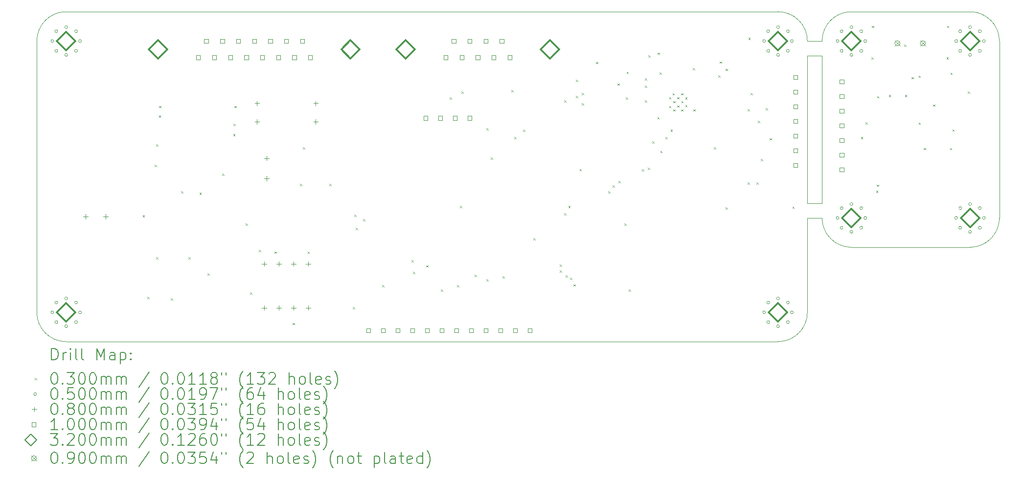
<source format=gbr>
%TF.GenerationSoftware,KiCad,Pcbnew,8.0.4*%
%TF.CreationDate,2024-07-28T20:35:58+02:00*%
%TF.ProjectId,BLDC_driver,424c4443-5f64-4726-9976-65722e6b6963,rev?*%
%TF.SameCoordinates,Original*%
%TF.FileFunction,Drillmap*%
%TF.FilePolarity,Positive*%
%FSLAX45Y45*%
G04 Gerber Fmt 4.5, Leading zero omitted, Abs format (unit mm)*
G04 Created by KiCad (PCBNEW 8.0.4) date 2024-07-28 20:35:58*
%MOMM*%
%LPD*%
G01*
G04 APERTURE LIST*
%ADD10C,0.100000*%
%ADD11C,0.200000*%
%ADD12C,0.320000*%
G04 APERTURE END LIST*
D10*
X17907000Y-8271000D02*
X17907000Y-5715000D01*
X17907000Y-9271000D02*
X17907000Y-8525000D01*
X18161000Y-8271000D02*
X18161000Y-5715000D01*
X21229794Y-5461000D02*
X21229794Y-8525000D01*
X17907000Y-10160000D02*
X17907000Y-9271000D01*
X20383500Y-9033000D02*
X20721794Y-9033000D01*
X20383500Y-4953000D02*
X20721794Y-4953000D01*
X20383500Y-9033000D02*
X18669000Y-9033000D01*
X21229794Y-8525000D02*
G75*
G02*
X20721794Y-9033000I-508000J0D01*
G01*
X18669000Y-4953000D02*
X20383500Y-4953000D01*
X20721794Y-4953000D02*
G75*
G02*
X21229794Y-5461000I0J-508000D01*
G01*
X18161000Y-5461000D02*
G75*
G02*
X18669000Y-4953000I508000J0D01*
G01*
X18669000Y-9033000D02*
G75*
G02*
X18161000Y-8525000I0J508000D01*
G01*
X18161000Y-5715000D02*
X17907000Y-5715000D01*
X17907000Y-5461000D02*
X18161000Y-5461000D01*
X17399000Y-4953000D02*
G75*
G02*
X17907000Y-5461000I0J-508000D01*
G01*
X4572000Y-5461000D02*
G75*
G02*
X5080000Y-4953000I508000J0D01*
G01*
X17907000Y-10160000D02*
G75*
G02*
X17399000Y-10668000I-508000J0D01*
G01*
X4572000Y-5461000D02*
X4572000Y-10160000D01*
X18161000Y-8271000D02*
X17907000Y-8271000D01*
X17907000Y-8525000D02*
X18161000Y-8525000D01*
X5080000Y-10668000D02*
G75*
G02*
X4572000Y-10160000I0J508000D01*
G01*
X5080000Y-10668000D02*
X17399000Y-10668000D01*
X17399000Y-4953000D02*
X5080000Y-4953000D01*
D11*
D10*
X6406120Y-8478760D02*
X6436120Y-8508760D01*
X6436120Y-8478760D02*
X6406120Y-8508760D01*
X6487400Y-9891000D02*
X6517400Y-9921000D01*
X6517400Y-9891000D02*
X6487400Y-9921000D01*
X6614400Y-7605000D02*
X6644400Y-7635000D01*
X6644400Y-7605000D02*
X6614400Y-7635000D01*
X6639800Y-7249400D02*
X6669800Y-7279400D01*
X6669800Y-7249400D02*
X6639800Y-7279400D01*
X6639800Y-9205000D02*
X6669800Y-9235000D01*
X6669800Y-9205000D02*
X6639800Y-9235000D01*
X6685520Y-6751560D02*
X6715520Y-6781560D01*
X6715520Y-6751560D02*
X6685520Y-6781560D01*
X6690600Y-6583920D02*
X6720600Y-6613920D01*
X6720600Y-6583920D02*
X6690600Y-6613920D01*
X6893800Y-9916400D02*
X6923800Y-9946400D01*
X6923800Y-9916400D02*
X6893800Y-9946400D01*
X7071600Y-8062200D02*
X7101600Y-8092200D01*
X7101600Y-8062200D02*
X7071600Y-8092200D01*
X7198600Y-9205200D02*
X7228600Y-9235200D01*
X7228600Y-9205200D02*
X7198600Y-9235200D01*
X7386400Y-8087600D02*
X7416400Y-8117600D01*
X7416400Y-8087600D02*
X7386400Y-8117600D01*
X7528800Y-9484600D02*
X7558800Y-9514600D01*
X7558800Y-9484600D02*
X7528800Y-9514600D01*
X7782800Y-7757400D02*
X7812800Y-7787400D01*
X7812800Y-7757400D02*
X7782800Y-7787400D01*
X7970760Y-7071600D02*
X8000760Y-7101600D01*
X8000760Y-7071600D02*
X7970760Y-7101600D01*
X7975840Y-6893800D02*
X8005840Y-6923800D01*
X8005840Y-6893800D02*
X7975840Y-6923800D01*
X7991080Y-6583920D02*
X8021080Y-6613920D01*
X8021080Y-6583920D02*
X7991080Y-6613920D01*
X8189200Y-8621000D02*
X8219200Y-8651000D01*
X8219200Y-8621000D02*
X8189200Y-8651000D01*
X8265400Y-9814800D02*
X8295400Y-9844800D01*
X8295400Y-9814800D02*
X8265400Y-9844800D01*
X8417800Y-9078200D02*
X8447800Y-9108200D01*
X8447800Y-9078200D02*
X8417800Y-9108200D01*
X8685000Y-9108800D02*
X8715000Y-9138800D01*
X8715000Y-9108800D02*
X8685000Y-9138800D01*
X9001000Y-10342800D02*
X9031000Y-10372800D01*
X9031000Y-10342800D02*
X9001000Y-10372800D01*
X9129000Y-7935200D02*
X9159000Y-7965200D01*
X9159000Y-7935200D02*
X9129000Y-7965200D01*
X9179800Y-7300200D02*
X9209800Y-7330200D01*
X9209800Y-7300200D02*
X9179800Y-7330200D01*
X9260000Y-9108800D02*
X9290000Y-9138800D01*
X9290000Y-9108800D02*
X9260000Y-9138800D01*
X9637000Y-7935200D02*
X9667000Y-7965200D01*
X9667000Y-7935200D02*
X9637000Y-7965200D01*
X10043400Y-10068800D02*
X10073400Y-10098800D01*
X10073400Y-10068800D02*
X10043400Y-10098800D01*
X10068800Y-8468600D02*
X10098800Y-8498600D01*
X10098800Y-8468600D02*
X10068800Y-8498600D01*
X10094200Y-8697200D02*
X10124200Y-8727200D01*
X10124200Y-8697200D02*
X10094200Y-8727200D01*
X10221200Y-8544800D02*
X10251200Y-8574800D01*
X10251200Y-8544800D02*
X10221200Y-8574800D01*
X10551400Y-9687800D02*
X10581400Y-9717800D01*
X10581400Y-9687800D02*
X10551400Y-9717800D01*
X11059400Y-9256000D02*
X11089400Y-9286000D01*
X11089400Y-9256000D02*
X11059400Y-9286000D01*
X11084800Y-9459200D02*
X11114800Y-9489200D01*
X11114800Y-9459200D02*
X11084800Y-9489200D01*
X11313400Y-9346500D02*
X11343400Y-9376500D01*
X11343400Y-9346500D02*
X11313400Y-9376500D01*
X11567400Y-9764000D02*
X11597400Y-9794000D01*
X11597400Y-9764000D02*
X11567400Y-9794000D01*
X11719800Y-6436600D02*
X11749800Y-6466600D01*
X11749800Y-6436600D02*
X11719800Y-6466600D01*
X11846800Y-9687800D02*
X11876800Y-9717800D01*
X11876800Y-9687800D02*
X11846800Y-9717800D01*
X11897600Y-8316200D02*
X11927600Y-8346200D01*
X11927600Y-8316200D02*
X11897600Y-8346200D01*
X11923000Y-6335000D02*
X11953000Y-6365000D01*
X11953000Y-6335000D02*
X11923000Y-6365000D01*
X12151600Y-9510000D02*
X12181600Y-9540000D01*
X12181600Y-9510000D02*
X12151600Y-9540000D01*
X12354800Y-6970000D02*
X12384800Y-7000000D01*
X12384800Y-6970000D02*
X12354800Y-7000000D01*
X12354800Y-9586200D02*
X12384800Y-9616200D01*
X12384800Y-9586200D02*
X12354800Y-9616200D01*
X12431000Y-7478000D02*
X12461000Y-7508000D01*
X12461000Y-7478000D02*
X12431000Y-7508000D01*
X12634200Y-9535400D02*
X12664200Y-9565400D01*
X12664200Y-9535400D02*
X12634200Y-9565400D01*
X12786600Y-6309600D02*
X12816600Y-6339600D01*
X12816600Y-6309600D02*
X12786600Y-6339600D01*
X12837400Y-7122400D02*
X12867400Y-7152400D01*
X12867400Y-7122400D02*
X12837400Y-7152400D01*
X12989800Y-6995400D02*
X13019800Y-7025400D01*
X13019800Y-6995400D02*
X12989800Y-7025400D01*
X13167600Y-8875000D02*
X13197600Y-8905000D01*
X13197600Y-8875000D02*
X13167600Y-8905000D01*
X13624800Y-9332200D02*
X13654800Y-9362200D01*
X13654800Y-9332200D02*
X13624800Y-9362200D01*
X13624800Y-9433800D02*
X13654800Y-9463800D01*
X13654800Y-9433800D02*
X13624800Y-9463800D01*
X13701000Y-6487400D02*
X13731000Y-6517400D01*
X13731000Y-6487400D02*
X13701000Y-6517400D01*
X13701000Y-8443200D02*
X13731000Y-8473200D01*
X13731000Y-8443200D02*
X13701000Y-8473200D01*
X13722101Y-9520551D02*
X13752101Y-9550551D01*
X13752101Y-9520551D02*
X13722101Y-9550551D01*
X13771000Y-8316200D02*
X13801000Y-8346200D01*
X13801000Y-8316200D02*
X13771000Y-8346200D01*
X13802600Y-9560800D02*
X13832600Y-9590800D01*
X13832600Y-9560800D02*
X13802600Y-9590800D01*
X13859600Y-9676403D02*
X13889600Y-9706403D01*
X13889600Y-9676403D02*
X13859600Y-9706403D01*
X13904200Y-6131800D02*
X13934200Y-6161800D01*
X13934200Y-6131800D02*
X13904200Y-6161800D01*
X13904200Y-6411200D02*
X13934200Y-6441200D01*
X13934200Y-6411200D02*
X13904200Y-6441200D01*
X13965160Y-7676120D02*
X13995160Y-7706120D01*
X13995160Y-7676120D02*
X13965160Y-7706120D01*
X14005800Y-6360400D02*
X14035800Y-6390400D01*
X14035800Y-6360400D02*
X14005800Y-6390400D01*
X14005800Y-6538200D02*
X14035800Y-6568200D01*
X14035800Y-6538200D02*
X14005800Y-6568200D01*
X14249640Y-5821920D02*
X14279640Y-5851920D01*
X14279640Y-5821920D02*
X14249640Y-5851920D01*
X14463000Y-8062200D02*
X14493000Y-8092200D01*
X14493000Y-8062200D02*
X14463000Y-8092200D01*
X14539200Y-7960600D02*
X14569200Y-7990600D01*
X14569200Y-7960600D02*
X14539200Y-7990600D01*
X14620480Y-6197840D02*
X14650480Y-6227840D01*
X14650480Y-6197840D02*
X14620480Y-6227840D01*
X14640800Y-7884400D02*
X14670800Y-7914400D01*
X14670800Y-7884400D02*
X14640800Y-7914400D01*
X14742400Y-8621000D02*
X14772400Y-8651000D01*
X14772400Y-8621000D02*
X14742400Y-8651000D01*
X14767800Y-6436600D02*
X14797800Y-6466600D01*
X14797800Y-6436600D02*
X14767800Y-6466600D01*
X14777960Y-5994640D02*
X14807960Y-6024640D01*
X14807960Y-5994640D02*
X14777960Y-6024640D01*
X14818600Y-9764000D02*
X14848600Y-9794000D01*
X14848600Y-9764000D02*
X14818600Y-9794000D01*
X15047200Y-7681200D02*
X15077200Y-7711200D01*
X15077200Y-7681200D02*
X15047200Y-7711200D01*
X15098000Y-6106400D02*
X15128000Y-6136400D01*
X15128000Y-6106400D02*
X15098000Y-6136400D01*
X15098000Y-6233400D02*
X15128000Y-6263400D01*
X15128000Y-6233400D02*
X15098000Y-6263400D01*
X15098000Y-6487400D02*
X15128000Y-6517400D01*
X15128000Y-6487400D02*
X15098000Y-6517400D01*
X15148800Y-7655800D02*
X15178800Y-7685800D01*
X15178800Y-7655800D02*
X15148800Y-7685800D01*
X15153191Y-5709471D02*
X15183191Y-5739471D01*
X15183191Y-5709471D02*
X15153191Y-5739471D01*
X15225000Y-7198600D02*
X15255000Y-7228600D01*
X15255000Y-7198600D02*
X15225000Y-7228600D01*
X15311360Y-6779500D02*
X15341360Y-6809500D01*
X15341360Y-6779500D02*
X15311360Y-6809500D01*
X15313900Y-5661900D02*
X15343900Y-5691900D01*
X15343900Y-5661900D02*
X15313900Y-5691900D01*
X15352000Y-6004800D02*
X15382000Y-6034800D01*
X15382000Y-6004800D02*
X15352000Y-6034800D01*
X15362160Y-7366240D02*
X15392160Y-7396240D01*
X15392160Y-7366240D02*
X15362160Y-7396240D01*
X15453600Y-7122400D02*
X15483600Y-7152400D01*
X15483600Y-7122400D02*
X15453600Y-7152400D01*
X15514560Y-6431520D02*
X15544560Y-6461520D01*
X15544560Y-6431520D02*
X15514560Y-6461520D01*
X15514560Y-6583920D02*
X15544560Y-6613920D01*
X15544560Y-6583920D02*
X15514560Y-6613920D01*
X15539960Y-6995400D02*
X15569960Y-7025400D01*
X15569960Y-6995400D02*
X15539960Y-7025400D01*
X15575520Y-6365480D02*
X15605520Y-6395480D01*
X15605520Y-6365480D02*
X15575520Y-6395480D01*
X15585680Y-6502640D02*
X15615680Y-6532640D01*
X15615680Y-6502640D02*
X15585680Y-6532640D01*
X15585680Y-6644880D02*
X15615680Y-6674880D01*
X15615680Y-6644880D02*
X15585680Y-6674880D01*
X15656800Y-6431520D02*
X15686800Y-6461520D01*
X15686800Y-6431520D02*
X15656800Y-6461520D01*
X15656800Y-6578840D02*
X15686800Y-6608840D01*
X15686800Y-6578840D02*
X15656800Y-6608840D01*
X15722840Y-6365480D02*
X15752840Y-6395480D01*
X15752840Y-6365480D02*
X15722840Y-6395480D01*
X15722840Y-6644880D02*
X15752840Y-6674880D01*
X15752840Y-6644880D02*
X15722840Y-6674880D01*
X15727920Y-6502640D02*
X15757920Y-6532640D01*
X15757920Y-6502640D02*
X15727920Y-6532640D01*
X15793960Y-6436600D02*
X15823960Y-6466600D01*
X15823960Y-6436600D02*
X15793960Y-6466600D01*
X15793960Y-6568680D02*
X15823960Y-6598680D01*
X15823960Y-6568680D02*
X15793960Y-6598680D01*
X15926040Y-5928600D02*
X15956040Y-5958600D01*
X15956040Y-5928600D02*
X15926040Y-5958600D01*
X15936200Y-6644880D02*
X15966200Y-6674880D01*
X15966200Y-6644880D02*
X15936200Y-6674880D01*
X16291800Y-7300200D02*
X16321800Y-7330200D01*
X16321800Y-7300200D02*
X16291800Y-7330200D01*
X16368000Y-6055600D02*
X16398000Y-6085600D01*
X16398000Y-6055600D02*
X16368000Y-6085600D01*
X16393400Y-5816840D02*
X16423400Y-5846840D01*
X16423400Y-5816840D02*
X16393400Y-5846840D01*
X16495000Y-5941000D02*
X16525000Y-5971000D01*
X16525000Y-5941000D02*
X16495000Y-5971000D01*
X16495000Y-8341600D02*
X16525000Y-8371600D01*
X16525000Y-8341600D02*
X16495000Y-8371600D01*
X16876000Y-6639800D02*
X16906000Y-6669800D01*
X16906000Y-6639800D02*
X16876000Y-6669800D01*
X16876000Y-7909800D02*
X16906000Y-7939800D01*
X16906000Y-7909800D02*
X16876000Y-7939800D01*
X16886160Y-5405360D02*
X16916160Y-5435360D01*
X16916160Y-5405360D02*
X16886160Y-5435360D01*
X16926800Y-6360400D02*
X16956800Y-6390400D01*
X16956800Y-6360400D02*
X16926800Y-6390400D01*
X17028400Y-7909800D02*
X17058400Y-7939800D01*
X17058400Y-7909800D02*
X17028400Y-7939800D01*
X17053800Y-6843000D02*
X17083800Y-6873000D01*
X17083800Y-6843000D02*
X17053800Y-6873000D01*
X17104600Y-7503400D02*
X17134600Y-7533400D01*
X17134600Y-7503400D02*
X17104600Y-7533400D01*
X17185880Y-6624560D02*
X17215880Y-6654560D01*
X17215880Y-6624560D02*
X17185880Y-6654560D01*
X17257000Y-7142720D02*
X17287000Y-7172720D01*
X17287000Y-7142720D02*
X17257000Y-7172720D01*
X17648160Y-8331440D02*
X17678160Y-8361440D01*
X17678160Y-8331440D02*
X17648160Y-8361440D01*
X18835000Y-7122400D02*
X18865000Y-7152400D01*
X18865000Y-7122400D02*
X18835000Y-7152400D01*
X18913253Y-6866747D02*
X18943253Y-6896747D01*
X18943253Y-6866747D02*
X18913253Y-6896747D01*
X19015000Y-5745000D02*
X19045000Y-5775000D01*
X19045000Y-5745000D02*
X19015000Y-5775000D01*
X19025000Y-5195000D02*
X19055000Y-5225000D01*
X19055000Y-5195000D02*
X19025000Y-5225000D01*
X19096250Y-8056250D02*
X19126250Y-8086250D01*
X19126250Y-8056250D02*
X19096250Y-8086250D01*
X19110000Y-7947500D02*
X19140000Y-7977500D01*
X19140000Y-7947500D02*
X19110000Y-7977500D01*
X19115000Y-6415000D02*
X19145000Y-6445000D01*
X19145000Y-6415000D02*
X19115000Y-6445000D01*
X19315000Y-6395000D02*
X19345000Y-6425000D01*
X19345000Y-6395000D02*
X19315000Y-6425000D01*
X19585000Y-5525000D02*
X19615000Y-5555000D01*
X19615000Y-5525000D02*
X19585000Y-5555000D01*
X19595000Y-6395000D02*
X19625000Y-6425000D01*
X19625000Y-6395000D02*
X19595000Y-6425000D01*
X19710000Y-6085000D02*
X19740000Y-6115000D01*
X19740000Y-6085000D02*
X19710000Y-6115000D01*
X19835000Y-6060000D02*
X19865000Y-6090000D01*
X19865000Y-6060000D02*
X19835000Y-6090000D01*
X19835000Y-6875000D02*
X19865000Y-6905000D01*
X19865000Y-6875000D02*
X19835000Y-6905000D01*
X19920000Y-7315000D02*
X19950000Y-7345000D01*
X19950000Y-7315000D02*
X19920000Y-7345000D01*
X20085000Y-6560000D02*
X20115000Y-6590000D01*
X20115000Y-6560000D02*
X20085000Y-6590000D01*
X20315000Y-5745000D02*
X20345000Y-5775000D01*
X20345000Y-5745000D02*
X20315000Y-5775000D01*
X20325000Y-5195000D02*
X20355000Y-5225000D01*
X20355000Y-5195000D02*
X20325000Y-5225000D01*
X20375000Y-7315000D02*
X20405000Y-7345000D01*
X20405000Y-7315000D02*
X20375000Y-7345000D01*
X20385000Y-6010000D02*
X20415000Y-6040000D01*
X20415000Y-6010000D02*
X20385000Y-6040000D01*
X20416760Y-6990320D02*
X20446760Y-7020320D01*
X20446760Y-6990320D02*
X20416760Y-7020320D01*
X20685000Y-6335000D02*
X20715000Y-6365000D01*
X20715000Y-6335000D02*
X20685000Y-6365000D01*
X4865000Y-5461000D02*
G75*
G02*
X4815000Y-5461000I-25000J0D01*
G01*
X4815000Y-5461000D02*
G75*
G02*
X4865000Y-5461000I25000J0D01*
G01*
X4865000Y-10160000D02*
G75*
G02*
X4815000Y-10160000I-25000J0D01*
G01*
X4815000Y-10160000D02*
G75*
G02*
X4865000Y-10160000I25000J0D01*
G01*
X4935294Y-5291294D02*
G75*
G02*
X4885294Y-5291294I-25000J0D01*
G01*
X4885294Y-5291294D02*
G75*
G02*
X4935294Y-5291294I25000J0D01*
G01*
X4935294Y-5630706D02*
G75*
G02*
X4885294Y-5630706I-25000J0D01*
G01*
X4885294Y-5630706D02*
G75*
G02*
X4935294Y-5630706I25000J0D01*
G01*
X4935294Y-9990294D02*
G75*
G02*
X4885294Y-9990294I-25000J0D01*
G01*
X4885294Y-9990294D02*
G75*
G02*
X4935294Y-9990294I25000J0D01*
G01*
X4935294Y-10329706D02*
G75*
G02*
X4885294Y-10329706I-25000J0D01*
G01*
X4885294Y-10329706D02*
G75*
G02*
X4935294Y-10329706I25000J0D01*
G01*
X5105000Y-5221000D02*
G75*
G02*
X5055000Y-5221000I-25000J0D01*
G01*
X5055000Y-5221000D02*
G75*
G02*
X5105000Y-5221000I25000J0D01*
G01*
X5105000Y-5701000D02*
G75*
G02*
X5055000Y-5701000I-25000J0D01*
G01*
X5055000Y-5701000D02*
G75*
G02*
X5105000Y-5701000I25000J0D01*
G01*
X5105000Y-9920000D02*
G75*
G02*
X5055000Y-9920000I-25000J0D01*
G01*
X5055000Y-9920000D02*
G75*
G02*
X5105000Y-9920000I25000J0D01*
G01*
X5105000Y-10400000D02*
G75*
G02*
X5055000Y-10400000I-25000J0D01*
G01*
X5055000Y-10400000D02*
G75*
G02*
X5105000Y-10400000I25000J0D01*
G01*
X5274706Y-5291294D02*
G75*
G02*
X5224706Y-5291294I-25000J0D01*
G01*
X5224706Y-5291294D02*
G75*
G02*
X5274706Y-5291294I25000J0D01*
G01*
X5274706Y-5630706D02*
G75*
G02*
X5224706Y-5630706I-25000J0D01*
G01*
X5224706Y-5630706D02*
G75*
G02*
X5274706Y-5630706I25000J0D01*
G01*
X5274706Y-9990294D02*
G75*
G02*
X5224706Y-9990294I-25000J0D01*
G01*
X5224706Y-9990294D02*
G75*
G02*
X5274706Y-9990294I25000J0D01*
G01*
X5274706Y-10329706D02*
G75*
G02*
X5224706Y-10329706I-25000J0D01*
G01*
X5224706Y-10329706D02*
G75*
G02*
X5274706Y-10329706I25000J0D01*
G01*
X5345000Y-5461000D02*
G75*
G02*
X5295000Y-5461000I-25000J0D01*
G01*
X5295000Y-5461000D02*
G75*
G02*
X5345000Y-5461000I25000J0D01*
G01*
X5345000Y-10160000D02*
G75*
G02*
X5295000Y-10160000I-25000J0D01*
G01*
X5295000Y-10160000D02*
G75*
G02*
X5345000Y-10160000I25000J0D01*
G01*
X17184000Y-5461000D02*
G75*
G02*
X17134000Y-5461000I-25000J0D01*
G01*
X17134000Y-5461000D02*
G75*
G02*
X17184000Y-5461000I25000J0D01*
G01*
X17184000Y-10160000D02*
G75*
G02*
X17134000Y-10160000I-25000J0D01*
G01*
X17134000Y-10160000D02*
G75*
G02*
X17184000Y-10160000I25000J0D01*
G01*
X17254294Y-5291294D02*
G75*
G02*
X17204294Y-5291294I-25000J0D01*
G01*
X17204294Y-5291294D02*
G75*
G02*
X17254294Y-5291294I25000J0D01*
G01*
X17254294Y-5630706D02*
G75*
G02*
X17204294Y-5630706I-25000J0D01*
G01*
X17204294Y-5630706D02*
G75*
G02*
X17254294Y-5630706I25000J0D01*
G01*
X17254294Y-9990294D02*
G75*
G02*
X17204294Y-9990294I-25000J0D01*
G01*
X17204294Y-9990294D02*
G75*
G02*
X17254294Y-9990294I25000J0D01*
G01*
X17254294Y-10329706D02*
G75*
G02*
X17204294Y-10329706I-25000J0D01*
G01*
X17204294Y-10329706D02*
G75*
G02*
X17254294Y-10329706I25000J0D01*
G01*
X17424000Y-5221000D02*
G75*
G02*
X17374000Y-5221000I-25000J0D01*
G01*
X17374000Y-5221000D02*
G75*
G02*
X17424000Y-5221000I25000J0D01*
G01*
X17424000Y-5701000D02*
G75*
G02*
X17374000Y-5701000I-25000J0D01*
G01*
X17374000Y-5701000D02*
G75*
G02*
X17424000Y-5701000I25000J0D01*
G01*
X17424000Y-9920000D02*
G75*
G02*
X17374000Y-9920000I-25000J0D01*
G01*
X17374000Y-9920000D02*
G75*
G02*
X17424000Y-9920000I25000J0D01*
G01*
X17424000Y-10400000D02*
G75*
G02*
X17374000Y-10400000I-25000J0D01*
G01*
X17374000Y-10400000D02*
G75*
G02*
X17424000Y-10400000I25000J0D01*
G01*
X17593706Y-5291294D02*
G75*
G02*
X17543706Y-5291294I-25000J0D01*
G01*
X17543706Y-5291294D02*
G75*
G02*
X17593706Y-5291294I25000J0D01*
G01*
X17593706Y-5630706D02*
G75*
G02*
X17543706Y-5630706I-25000J0D01*
G01*
X17543706Y-5630706D02*
G75*
G02*
X17593706Y-5630706I25000J0D01*
G01*
X17593706Y-9990294D02*
G75*
G02*
X17543706Y-9990294I-25000J0D01*
G01*
X17543706Y-9990294D02*
G75*
G02*
X17593706Y-9990294I25000J0D01*
G01*
X17593706Y-10329706D02*
G75*
G02*
X17543706Y-10329706I-25000J0D01*
G01*
X17543706Y-10329706D02*
G75*
G02*
X17593706Y-10329706I25000J0D01*
G01*
X17664000Y-5461000D02*
G75*
G02*
X17614000Y-5461000I-25000J0D01*
G01*
X17614000Y-5461000D02*
G75*
G02*
X17664000Y-5461000I25000J0D01*
G01*
X17664000Y-10160000D02*
G75*
G02*
X17614000Y-10160000I-25000J0D01*
G01*
X17614000Y-10160000D02*
G75*
G02*
X17664000Y-10160000I25000J0D01*
G01*
X18454000Y-5461000D02*
G75*
G02*
X18404000Y-5461000I-25000J0D01*
G01*
X18404000Y-5461000D02*
G75*
G02*
X18454000Y-5461000I25000J0D01*
G01*
X18454000Y-8525000D02*
G75*
G02*
X18404000Y-8525000I-25000J0D01*
G01*
X18404000Y-8525000D02*
G75*
G02*
X18454000Y-8525000I25000J0D01*
G01*
X18524294Y-5291294D02*
G75*
G02*
X18474294Y-5291294I-25000J0D01*
G01*
X18474294Y-5291294D02*
G75*
G02*
X18524294Y-5291294I25000J0D01*
G01*
X18524294Y-5630706D02*
G75*
G02*
X18474294Y-5630706I-25000J0D01*
G01*
X18474294Y-5630706D02*
G75*
G02*
X18524294Y-5630706I25000J0D01*
G01*
X18524294Y-8355294D02*
G75*
G02*
X18474294Y-8355294I-25000J0D01*
G01*
X18474294Y-8355294D02*
G75*
G02*
X18524294Y-8355294I25000J0D01*
G01*
X18524294Y-8694706D02*
G75*
G02*
X18474294Y-8694706I-25000J0D01*
G01*
X18474294Y-8694706D02*
G75*
G02*
X18524294Y-8694706I25000J0D01*
G01*
X18694000Y-5221000D02*
G75*
G02*
X18644000Y-5221000I-25000J0D01*
G01*
X18644000Y-5221000D02*
G75*
G02*
X18694000Y-5221000I25000J0D01*
G01*
X18694000Y-5701000D02*
G75*
G02*
X18644000Y-5701000I-25000J0D01*
G01*
X18644000Y-5701000D02*
G75*
G02*
X18694000Y-5701000I25000J0D01*
G01*
X18694000Y-8285000D02*
G75*
G02*
X18644000Y-8285000I-25000J0D01*
G01*
X18644000Y-8285000D02*
G75*
G02*
X18694000Y-8285000I25000J0D01*
G01*
X18694000Y-8765000D02*
G75*
G02*
X18644000Y-8765000I-25000J0D01*
G01*
X18644000Y-8765000D02*
G75*
G02*
X18694000Y-8765000I25000J0D01*
G01*
X18863706Y-5291294D02*
G75*
G02*
X18813706Y-5291294I-25000J0D01*
G01*
X18813706Y-5291294D02*
G75*
G02*
X18863706Y-5291294I25000J0D01*
G01*
X18863706Y-5630706D02*
G75*
G02*
X18813706Y-5630706I-25000J0D01*
G01*
X18813706Y-5630706D02*
G75*
G02*
X18863706Y-5630706I25000J0D01*
G01*
X18863706Y-8355294D02*
G75*
G02*
X18813706Y-8355294I-25000J0D01*
G01*
X18813706Y-8355294D02*
G75*
G02*
X18863706Y-8355294I25000J0D01*
G01*
X18863706Y-8694706D02*
G75*
G02*
X18813706Y-8694706I-25000J0D01*
G01*
X18813706Y-8694706D02*
G75*
G02*
X18863706Y-8694706I25000J0D01*
G01*
X18934000Y-5461000D02*
G75*
G02*
X18884000Y-5461000I-25000J0D01*
G01*
X18884000Y-5461000D02*
G75*
G02*
X18934000Y-5461000I25000J0D01*
G01*
X18934000Y-8525000D02*
G75*
G02*
X18884000Y-8525000I-25000J0D01*
G01*
X18884000Y-8525000D02*
G75*
G02*
X18934000Y-8525000I25000J0D01*
G01*
X20506794Y-5461000D02*
G75*
G02*
X20456794Y-5461000I-25000J0D01*
G01*
X20456794Y-5461000D02*
G75*
G02*
X20506794Y-5461000I25000J0D01*
G01*
X20506794Y-8525000D02*
G75*
G02*
X20456794Y-8525000I-25000J0D01*
G01*
X20456794Y-8525000D02*
G75*
G02*
X20506794Y-8525000I25000J0D01*
G01*
X20577089Y-5291294D02*
G75*
G02*
X20527089Y-5291294I-25000J0D01*
G01*
X20527089Y-5291294D02*
G75*
G02*
X20577089Y-5291294I25000J0D01*
G01*
X20577089Y-5630706D02*
G75*
G02*
X20527089Y-5630706I-25000J0D01*
G01*
X20527089Y-5630706D02*
G75*
G02*
X20577089Y-5630706I25000J0D01*
G01*
X20577089Y-8355294D02*
G75*
G02*
X20527089Y-8355294I-25000J0D01*
G01*
X20527089Y-8355294D02*
G75*
G02*
X20577089Y-8355294I25000J0D01*
G01*
X20577089Y-8694706D02*
G75*
G02*
X20527089Y-8694706I-25000J0D01*
G01*
X20527089Y-8694706D02*
G75*
G02*
X20577089Y-8694706I25000J0D01*
G01*
X20746794Y-5221000D02*
G75*
G02*
X20696794Y-5221000I-25000J0D01*
G01*
X20696794Y-5221000D02*
G75*
G02*
X20746794Y-5221000I25000J0D01*
G01*
X20746794Y-5701000D02*
G75*
G02*
X20696794Y-5701000I-25000J0D01*
G01*
X20696794Y-5701000D02*
G75*
G02*
X20746794Y-5701000I25000J0D01*
G01*
X20746794Y-8285000D02*
G75*
G02*
X20696794Y-8285000I-25000J0D01*
G01*
X20696794Y-8285000D02*
G75*
G02*
X20746794Y-8285000I25000J0D01*
G01*
X20746794Y-8765000D02*
G75*
G02*
X20696794Y-8765000I-25000J0D01*
G01*
X20696794Y-8765000D02*
G75*
G02*
X20746794Y-8765000I25000J0D01*
G01*
X20916500Y-5291294D02*
G75*
G02*
X20866500Y-5291294I-25000J0D01*
G01*
X20866500Y-5291294D02*
G75*
G02*
X20916500Y-5291294I25000J0D01*
G01*
X20916500Y-5630706D02*
G75*
G02*
X20866500Y-5630706I-25000J0D01*
G01*
X20866500Y-5630706D02*
G75*
G02*
X20916500Y-5630706I25000J0D01*
G01*
X20916500Y-8355294D02*
G75*
G02*
X20866500Y-8355294I-25000J0D01*
G01*
X20866500Y-8355294D02*
G75*
G02*
X20916500Y-8355294I25000J0D01*
G01*
X20916500Y-8694706D02*
G75*
G02*
X20866500Y-8694706I-25000J0D01*
G01*
X20866500Y-8694706D02*
G75*
G02*
X20916500Y-8694706I25000J0D01*
G01*
X20986794Y-5461000D02*
G75*
G02*
X20936794Y-5461000I-25000J0D01*
G01*
X20936794Y-5461000D02*
G75*
G02*
X20986794Y-5461000I25000J0D01*
G01*
X20986794Y-8525000D02*
G75*
G02*
X20936794Y-8525000I-25000J0D01*
G01*
X20936794Y-8525000D02*
G75*
G02*
X20986794Y-8525000I25000J0D01*
G01*
X5415265Y-8460000D02*
X5415265Y-8540000D01*
X5375265Y-8500000D02*
X5455265Y-8500000D01*
X5765265Y-8460000D02*
X5765265Y-8540000D01*
X5725265Y-8500000D02*
X5805265Y-8500000D01*
X8382000Y-6500500D02*
X8382000Y-6580500D01*
X8342000Y-6540500D02*
X8422000Y-6540500D01*
X8382000Y-6818000D02*
X8382000Y-6898000D01*
X8342000Y-6858000D02*
X8422000Y-6858000D01*
X8508000Y-9280000D02*
X8508000Y-9360000D01*
X8468000Y-9320000D02*
X8548000Y-9320000D01*
X8508000Y-10042000D02*
X8508000Y-10122000D01*
X8468000Y-10082000D02*
X8548000Y-10082000D01*
X8550000Y-7450265D02*
X8550000Y-7530265D01*
X8510000Y-7490265D02*
X8590000Y-7490265D01*
X8550000Y-7800265D02*
X8550000Y-7880265D01*
X8510000Y-7840265D02*
X8590000Y-7840265D01*
X8762000Y-9280000D02*
X8762000Y-9360000D01*
X8722000Y-9320000D02*
X8802000Y-9320000D01*
X8762000Y-10042000D02*
X8762000Y-10122000D01*
X8722000Y-10082000D02*
X8802000Y-10082000D01*
X9016000Y-9280000D02*
X9016000Y-9360000D01*
X8976000Y-9320000D02*
X9056000Y-9320000D01*
X9016000Y-10042000D02*
X9016000Y-10122000D01*
X8976000Y-10082000D02*
X9056000Y-10082000D01*
X9270000Y-9280000D02*
X9270000Y-9360000D01*
X9230000Y-9320000D02*
X9310000Y-9320000D01*
X9270000Y-10042000D02*
X9270000Y-10122000D01*
X9230000Y-10082000D02*
X9310000Y-10082000D01*
X9398000Y-6500500D02*
X9398000Y-6580500D01*
X9358000Y-6540500D02*
X9438000Y-6540500D01*
X9398000Y-6818000D02*
X9398000Y-6898000D01*
X9358000Y-6858000D02*
X9438000Y-6858000D01*
X7401856Y-5780356D02*
X7401856Y-5709644D01*
X7331144Y-5709644D01*
X7331144Y-5780356D01*
X7401856Y-5780356D01*
X7540356Y-5496356D02*
X7540356Y-5425644D01*
X7469644Y-5425644D01*
X7469644Y-5496356D01*
X7540356Y-5496356D01*
X7678856Y-5780356D02*
X7678856Y-5709644D01*
X7608144Y-5709644D01*
X7608144Y-5780356D01*
X7678856Y-5780356D01*
X7817356Y-5496356D02*
X7817356Y-5425644D01*
X7746644Y-5425644D01*
X7746644Y-5496356D01*
X7817356Y-5496356D01*
X7955856Y-5780356D02*
X7955856Y-5709644D01*
X7885144Y-5709644D01*
X7885144Y-5780356D01*
X7955856Y-5780356D01*
X8094356Y-5496356D02*
X8094356Y-5425644D01*
X8023644Y-5425644D01*
X8023644Y-5496356D01*
X8094356Y-5496356D01*
X8232856Y-5780356D02*
X8232856Y-5709644D01*
X8162144Y-5709644D01*
X8162144Y-5780356D01*
X8232856Y-5780356D01*
X8371356Y-5496356D02*
X8371356Y-5425644D01*
X8300644Y-5425644D01*
X8300644Y-5496356D01*
X8371356Y-5496356D01*
X8509856Y-5780356D02*
X8509856Y-5709644D01*
X8439144Y-5709644D01*
X8439144Y-5780356D01*
X8509856Y-5780356D01*
X8648356Y-5496356D02*
X8648356Y-5425644D01*
X8577644Y-5425644D01*
X8577644Y-5496356D01*
X8648356Y-5496356D01*
X8786856Y-5780356D02*
X8786856Y-5709644D01*
X8716144Y-5709644D01*
X8716144Y-5780356D01*
X8786856Y-5780356D01*
X8925356Y-5496356D02*
X8925356Y-5425644D01*
X8854644Y-5425644D01*
X8854644Y-5496356D01*
X8925356Y-5496356D01*
X9063856Y-5780356D02*
X9063856Y-5709644D01*
X8993144Y-5709644D01*
X8993144Y-5780356D01*
X9063856Y-5780356D01*
X9202356Y-5496356D02*
X9202356Y-5425644D01*
X9131644Y-5425644D01*
X9131644Y-5496356D01*
X9202356Y-5496356D01*
X9340856Y-5780356D02*
X9340856Y-5709644D01*
X9270144Y-5709644D01*
X9270144Y-5780356D01*
X9340856Y-5780356D01*
X10344356Y-10510356D02*
X10344356Y-10439644D01*
X10273644Y-10439644D01*
X10273644Y-10510356D01*
X10344356Y-10510356D01*
X10598356Y-10510356D02*
X10598356Y-10439644D01*
X10527644Y-10439644D01*
X10527644Y-10510356D01*
X10598356Y-10510356D01*
X10852356Y-10510356D02*
X10852356Y-10439644D01*
X10781644Y-10439644D01*
X10781644Y-10510356D01*
X10852356Y-10510356D01*
X11106356Y-10510356D02*
X11106356Y-10439644D01*
X11035644Y-10439644D01*
X11035644Y-10510356D01*
X11106356Y-10510356D01*
X11338356Y-6829856D02*
X11338356Y-6759144D01*
X11267644Y-6759144D01*
X11267644Y-6829856D01*
X11338356Y-6829856D01*
X11360356Y-10510356D02*
X11360356Y-10439644D01*
X11289644Y-10439644D01*
X11289644Y-10510356D01*
X11360356Y-10510356D01*
X11592356Y-6829856D02*
X11592356Y-6759144D01*
X11521644Y-6759144D01*
X11521644Y-6829856D01*
X11592356Y-6829856D01*
X11614356Y-10510356D02*
X11614356Y-10439644D01*
X11543644Y-10439644D01*
X11543644Y-10510356D01*
X11614356Y-10510356D01*
X11684856Y-5780356D02*
X11684856Y-5709644D01*
X11614144Y-5709644D01*
X11614144Y-5780356D01*
X11684856Y-5780356D01*
X11823356Y-5496356D02*
X11823356Y-5425644D01*
X11752644Y-5425644D01*
X11752644Y-5496356D01*
X11823356Y-5496356D01*
X11846356Y-6829856D02*
X11846356Y-6759144D01*
X11775644Y-6759144D01*
X11775644Y-6829856D01*
X11846356Y-6829856D01*
X11868356Y-10510356D02*
X11868356Y-10439644D01*
X11797644Y-10439644D01*
X11797644Y-10510356D01*
X11868356Y-10510356D01*
X11961856Y-5780356D02*
X11961856Y-5709644D01*
X11891144Y-5709644D01*
X11891144Y-5780356D01*
X11961856Y-5780356D01*
X12100356Y-5496356D02*
X12100356Y-5425644D01*
X12029644Y-5425644D01*
X12029644Y-5496356D01*
X12100356Y-5496356D01*
X12100356Y-6829856D02*
X12100356Y-6759144D01*
X12029644Y-6759144D01*
X12029644Y-6829856D01*
X12100356Y-6829856D01*
X12122356Y-10510356D02*
X12122356Y-10439644D01*
X12051644Y-10439644D01*
X12051644Y-10510356D01*
X12122356Y-10510356D01*
X12238856Y-5780356D02*
X12238856Y-5709644D01*
X12168144Y-5709644D01*
X12168144Y-5780356D01*
X12238856Y-5780356D01*
X12376356Y-10510356D02*
X12376356Y-10439644D01*
X12305644Y-10439644D01*
X12305644Y-10510356D01*
X12376356Y-10510356D01*
X12377356Y-5496356D02*
X12377356Y-5425644D01*
X12306644Y-5425644D01*
X12306644Y-5496356D01*
X12377356Y-5496356D01*
X12515856Y-5780356D02*
X12515856Y-5709644D01*
X12445144Y-5709644D01*
X12445144Y-5780356D01*
X12515856Y-5780356D01*
X12630356Y-10510356D02*
X12630356Y-10439644D01*
X12559644Y-10439644D01*
X12559644Y-10510356D01*
X12630356Y-10510356D01*
X12654356Y-5496356D02*
X12654356Y-5425644D01*
X12583644Y-5425644D01*
X12583644Y-5496356D01*
X12654356Y-5496356D01*
X12792856Y-5780356D02*
X12792856Y-5709644D01*
X12722144Y-5709644D01*
X12722144Y-5780356D01*
X12792856Y-5780356D01*
X12884356Y-10510356D02*
X12884356Y-10439644D01*
X12813644Y-10439644D01*
X12813644Y-10510356D01*
X12884356Y-10510356D01*
X13138356Y-10510356D02*
X13138356Y-10439644D01*
X13067644Y-10439644D01*
X13067644Y-10510356D01*
X13138356Y-10510356D01*
X17735356Y-6122856D02*
X17735356Y-6052144D01*
X17664644Y-6052144D01*
X17664644Y-6122856D01*
X17735356Y-6122856D01*
X17735356Y-6376856D02*
X17735356Y-6306144D01*
X17664644Y-6306144D01*
X17664644Y-6376856D01*
X17735356Y-6376856D01*
X17735356Y-6630856D02*
X17735356Y-6560144D01*
X17664644Y-6560144D01*
X17664644Y-6630856D01*
X17735356Y-6630856D01*
X17735356Y-6884856D02*
X17735356Y-6814144D01*
X17664644Y-6814144D01*
X17664644Y-6884856D01*
X17735356Y-6884856D01*
X17735356Y-7138856D02*
X17735356Y-7068144D01*
X17664644Y-7068144D01*
X17664644Y-7138856D01*
X17735356Y-7138856D01*
X17735356Y-7392856D02*
X17735356Y-7322144D01*
X17664644Y-7322144D01*
X17664644Y-7392856D01*
X17735356Y-7392856D01*
X17735356Y-7646856D02*
X17735356Y-7576144D01*
X17664644Y-7576144D01*
X17664644Y-7646856D01*
X17735356Y-7646856D01*
X18537856Y-6200356D02*
X18537856Y-6129644D01*
X18467144Y-6129644D01*
X18467144Y-6200356D01*
X18537856Y-6200356D01*
X18537856Y-6454356D02*
X18537856Y-6383644D01*
X18467144Y-6383644D01*
X18467144Y-6454356D01*
X18537856Y-6454356D01*
X18537856Y-6708356D02*
X18537856Y-6637644D01*
X18467144Y-6637644D01*
X18467144Y-6708356D01*
X18537856Y-6708356D01*
X18537856Y-6962356D02*
X18537856Y-6891644D01*
X18467144Y-6891644D01*
X18467144Y-6962356D01*
X18537856Y-6962356D01*
X18537856Y-7216356D02*
X18537856Y-7145644D01*
X18467144Y-7145644D01*
X18467144Y-7216356D01*
X18537856Y-7216356D01*
X18537856Y-7470356D02*
X18537856Y-7399644D01*
X18467144Y-7399644D01*
X18467144Y-7470356D01*
X18537856Y-7470356D01*
X18537856Y-7724356D02*
X18537856Y-7653644D01*
X18467144Y-7653644D01*
X18467144Y-7724356D01*
X18537856Y-7724356D01*
D12*
X5080000Y-5621000D02*
X5240000Y-5461000D01*
X5080000Y-5301000D01*
X4920000Y-5461000D01*
X5080000Y-5621000D01*
X5080000Y-10320000D02*
X5240000Y-10160000D01*
X5080000Y-10000000D01*
X4920000Y-10160000D01*
X5080000Y-10320000D01*
X6671000Y-5763000D02*
X6831000Y-5603000D01*
X6671000Y-5443000D01*
X6511000Y-5603000D01*
X6671000Y-5763000D01*
X10001000Y-5763000D02*
X10161000Y-5603000D01*
X10001000Y-5443000D01*
X9841000Y-5603000D01*
X10001000Y-5763000D01*
X10953500Y-5763000D02*
X11113500Y-5603000D01*
X10953500Y-5443000D01*
X10793500Y-5603000D01*
X10953500Y-5763000D01*
X13453500Y-5763000D02*
X13613500Y-5603000D01*
X13453500Y-5443000D01*
X13293500Y-5603000D01*
X13453500Y-5763000D01*
X17399000Y-5621000D02*
X17559000Y-5461000D01*
X17399000Y-5301000D01*
X17239000Y-5461000D01*
X17399000Y-5621000D01*
X17399000Y-10320000D02*
X17559000Y-10160000D01*
X17399000Y-10000000D01*
X17239000Y-10160000D01*
X17399000Y-10320000D01*
X18669000Y-5621000D02*
X18829000Y-5461000D01*
X18669000Y-5301000D01*
X18509000Y-5461000D01*
X18669000Y-5621000D01*
X18669000Y-8685000D02*
X18829000Y-8525000D01*
X18669000Y-8365000D01*
X18509000Y-8525000D01*
X18669000Y-8685000D01*
X20721794Y-5621000D02*
X20881794Y-5461000D01*
X20721794Y-5301000D01*
X20561794Y-5461000D01*
X20721794Y-5621000D01*
X20721794Y-8685000D02*
X20881794Y-8525000D01*
X20721794Y-8365000D01*
X20561794Y-8525000D01*
X20721794Y-8685000D01*
D10*
X19420000Y-5455000D02*
X19510000Y-5545000D01*
X19510000Y-5455000D02*
X19420000Y-5545000D01*
X19510000Y-5500000D02*
G75*
G02*
X19420000Y-5500000I-45000J0D01*
G01*
X19420000Y-5500000D02*
G75*
G02*
X19510000Y-5500000I45000J0D01*
G01*
X19860000Y-5455000D02*
X19950000Y-5545000D01*
X19950000Y-5455000D02*
X19860000Y-5545000D01*
X19950000Y-5500000D02*
G75*
G02*
X19860000Y-5500000I-45000J0D01*
G01*
X19860000Y-5500000D02*
G75*
G02*
X19950000Y-5500000I45000J0D01*
G01*
D11*
X4827777Y-10984484D02*
X4827777Y-10784484D01*
X4827777Y-10784484D02*
X4875396Y-10784484D01*
X4875396Y-10784484D02*
X4903967Y-10794008D01*
X4903967Y-10794008D02*
X4923015Y-10813055D01*
X4923015Y-10813055D02*
X4932539Y-10832103D01*
X4932539Y-10832103D02*
X4942063Y-10870198D01*
X4942063Y-10870198D02*
X4942063Y-10898770D01*
X4942063Y-10898770D02*
X4932539Y-10936865D01*
X4932539Y-10936865D02*
X4923015Y-10955912D01*
X4923015Y-10955912D02*
X4903967Y-10974960D01*
X4903967Y-10974960D02*
X4875396Y-10984484D01*
X4875396Y-10984484D02*
X4827777Y-10984484D01*
X5027777Y-10984484D02*
X5027777Y-10851150D01*
X5027777Y-10889246D02*
X5037301Y-10870198D01*
X5037301Y-10870198D02*
X5046824Y-10860674D01*
X5046824Y-10860674D02*
X5065872Y-10851150D01*
X5065872Y-10851150D02*
X5084920Y-10851150D01*
X5151586Y-10984484D02*
X5151586Y-10851150D01*
X5151586Y-10784484D02*
X5142063Y-10794008D01*
X5142063Y-10794008D02*
X5151586Y-10803531D01*
X5151586Y-10803531D02*
X5161110Y-10794008D01*
X5161110Y-10794008D02*
X5151586Y-10784484D01*
X5151586Y-10784484D02*
X5151586Y-10803531D01*
X5275396Y-10984484D02*
X5256348Y-10974960D01*
X5256348Y-10974960D02*
X5246824Y-10955912D01*
X5246824Y-10955912D02*
X5246824Y-10784484D01*
X5380158Y-10984484D02*
X5361110Y-10974960D01*
X5361110Y-10974960D02*
X5351586Y-10955912D01*
X5351586Y-10955912D02*
X5351586Y-10784484D01*
X5608729Y-10984484D02*
X5608729Y-10784484D01*
X5608729Y-10784484D02*
X5675396Y-10927341D01*
X5675396Y-10927341D02*
X5742062Y-10784484D01*
X5742062Y-10784484D02*
X5742062Y-10984484D01*
X5923015Y-10984484D02*
X5923015Y-10879722D01*
X5923015Y-10879722D02*
X5913491Y-10860674D01*
X5913491Y-10860674D02*
X5894443Y-10851150D01*
X5894443Y-10851150D02*
X5856348Y-10851150D01*
X5856348Y-10851150D02*
X5837301Y-10860674D01*
X5923015Y-10974960D02*
X5903967Y-10984484D01*
X5903967Y-10984484D02*
X5856348Y-10984484D01*
X5856348Y-10984484D02*
X5837301Y-10974960D01*
X5837301Y-10974960D02*
X5827777Y-10955912D01*
X5827777Y-10955912D02*
X5827777Y-10936865D01*
X5827777Y-10936865D02*
X5837301Y-10917817D01*
X5837301Y-10917817D02*
X5856348Y-10908293D01*
X5856348Y-10908293D02*
X5903967Y-10908293D01*
X5903967Y-10908293D02*
X5923015Y-10898770D01*
X6018253Y-10851150D02*
X6018253Y-11051150D01*
X6018253Y-10860674D02*
X6037301Y-10851150D01*
X6037301Y-10851150D02*
X6075396Y-10851150D01*
X6075396Y-10851150D02*
X6094443Y-10860674D01*
X6094443Y-10860674D02*
X6103967Y-10870198D01*
X6103967Y-10870198D02*
X6113491Y-10889246D01*
X6113491Y-10889246D02*
X6113491Y-10946389D01*
X6113491Y-10946389D02*
X6103967Y-10965436D01*
X6103967Y-10965436D02*
X6094443Y-10974960D01*
X6094443Y-10974960D02*
X6075396Y-10984484D01*
X6075396Y-10984484D02*
X6037301Y-10984484D01*
X6037301Y-10984484D02*
X6018253Y-10974960D01*
X6199205Y-10965436D02*
X6208729Y-10974960D01*
X6208729Y-10974960D02*
X6199205Y-10984484D01*
X6199205Y-10984484D02*
X6189682Y-10974960D01*
X6189682Y-10974960D02*
X6199205Y-10965436D01*
X6199205Y-10965436D02*
X6199205Y-10984484D01*
X6199205Y-10860674D02*
X6208729Y-10870198D01*
X6208729Y-10870198D02*
X6199205Y-10879722D01*
X6199205Y-10879722D02*
X6189682Y-10870198D01*
X6189682Y-10870198D02*
X6199205Y-10860674D01*
X6199205Y-10860674D02*
X6199205Y-10879722D01*
D10*
X4537000Y-11298000D02*
X4567000Y-11328000D01*
X4567000Y-11298000D02*
X4537000Y-11328000D01*
D11*
X4865872Y-11204484D02*
X4884920Y-11204484D01*
X4884920Y-11204484D02*
X4903967Y-11214008D01*
X4903967Y-11214008D02*
X4913491Y-11223531D01*
X4913491Y-11223531D02*
X4923015Y-11242579D01*
X4923015Y-11242579D02*
X4932539Y-11280674D01*
X4932539Y-11280674D02*
X4932539Y-11328293D01*
X4932539Y-11328293D02*
X4923015Y-11366388D01*
X4923015Y-11366388D02*
X4913491Y-11385436D01*
X4913491Y-11385436D02*
X4903967Y-11394960D01*
X4903967Y-11394960D02*
X4884920Y-11404484D01*
X4884920Y-11404484D02*
X4865872Y-11404484D01*
X4865872Y-11404484D02*
X4846824Y-11394960D01*
X4846824Y-11394960D02*
X4837301Y-11385436D01*
X4837301Y-11385436D02*
X4827777Y-11366388D01*
X4827777Y-11366388D02*
X4818253Y-11328293D01*
X4818253Y-11328293D02*
X4818253Y-11280674D01*
X4818253Y-11280674D02*
X4827777Y-11242579D01*
X4827777Y-11242579D02*
X4837301Y-11223531D01*
X4837301Y-11223531D02*
X4846824Y-11214008D01*
X4846824Y-11214008D02*
X4865872Y-11204484D01*
X5018253Y-11385436D02*
X5027777Y-11394960D01*
X5027777Y-11394960D02*
X5018253Y-11404484D01*
X5018253Y-11404484D02*
X5008729Y-11394960D01*
X5008729Y-11394960D02*
X5018253Y-11385436D01*
X5018253Y-11385436D02*
X5018253Y-11404484D01*
X5094444Y-11204484D02*
X5218253Y-11204484D01*
X5218253Y-11204484D02*
X5151586Y-11280674D01*
X5151586Y-11280674D02*
X5180158Y-11280674D01*
X5180158Y-11280674D02*
X5199205Y-11290198D01*
X5199205Y-11290198D02*
X5208729Y-11299722D01*
X5208729Y-11299722D02*
X5218253Y-11318769D01*
X5218253Y-11318769D02*
X5218253Y-11366388D01*
X5218253Y-11366388D02*
X5208729Y-11385436D01*
X5208729Y-11385436D02*
X5199205Y-11394960D01*
X5199205Y-11394960D02*
X5180158Y-11404484D01*
X5180158Y-11404484D02*
X5123015Y-11404484D01*
X5123015Y-11404484D02*
X5103967Y-11394960D01*
X5103967Y-11394960D02*
X5094444Y-11385436D01*
X5342063Y-11204484D02*
X5361110Y-11204484D01*
X5361110Y-11204484D02*
X5380158Y-11214008D01*
X5380158Y-11214008D02*
X5389682Y-11223531D01*
X5389682Y-11223531D02*
X5399205Y-11242579D01*
X5399205Y-11242579D02*
X5408729Y-11280674D01*
X5408729Y-11280674D02*
X5408729Y-11328293D01*
X5408729Y-11328293D02*
X5399205Y-11366388D01*
X5399205Y-11366388D02*
X5389682Y-11385436D01*
X5389682Y-11385436D02*
X5380158Y-11394960D01*
X5380158Y-11394960D02*
X5361110Y-11404484D01*
X5361110Y-11404484D02*
X5342063Y-11404484D01*
X5342063Y-11404484D02*
X5323015Y-11394960D01*
X5323015Y-11394960D02*
X5313491Y-11385436D01*
X5313491Y-11385436D02*
X5303967Y-11366388D01*
X5303967Y-11366388D02*
X5294444Y-11328293D01*
X5294444Y-11328293D02*
X5294444Y-11280674D01*
X5294444Y-11280674D02*
X5303967Y-11242579D01*
X5303967Y-11242579D02*
X5313491Y-11223531D01*
X5313491Y-11223531D02*
X5323015Y-11214008D01*
X5323015Y-11214008D02*
X5342063Y-11204484D01*
X5532539Y-11204484D02*
X5551586Y-11204484D01*
X5551586Y-11204484D02*
X5570634Y-11214008D01*
X5570634Y-11214008D02*
X5580158Y-11223531D01*
X5580158Y-11223531D02*
X5589682Y-11242579D01*
X5589682Y-11242579D02*
X5599205Y-11280674D01*
X5599205Y-11280674D02*
X5599205Y-11328293D01*
X5599205Y-11328293D02*
X5589682Y-11366388D01*
X5589682Y-11366388D02*
X5580158Y-11385436D01*
X5580158Y-11385436D02*
X5570634Y-11394960D01*
X5570634Y-11394960D02*
X5551586Y-11404484D01*
X5551586Y-11404484D02*
X5532539Y-11404484D01*
X5532539Y-11404484D02*
X5513491Y-11394960D01*
X5513491Y-11394960D02*
X5503967Y-11385436D01*
X5503967Y-11385436D02*
X5494444Y-11366388D01*
X5494444Y-11366388D02*
X5484920Y-11328293D01*
X5484920Y-11328293D02*
X5484920Y-11280674D01*
X5484920Y-11280674D02*
X5494444Y-11242579D01*
X5494444Y-11242579D02*
X5503967Y-11223531D01*
X5503967Y-11223531D02*
X5513491Y-11214008D01*
X5513491Y-11214008D02*
X5532539Y-11204484D01*
X5684920Y-11404484D02*
X5684920Y-11271150D01*
X5684920Y-11290198D02*
X5694443Y-11280674D01*
X5694443Y-11280674D02*
X5713491Y-11271150D01*
X5713491Y-11271150D02*
X5742063Y-11271150D01*
X5742063Y-11271150D02*
X5761110Y-11280674D01*
X5761110Y-11280674D02*
X5770634Y-11299722D01*
X5770634Y-11299722D02*
X5770634Y-11404484D01*
X5770634Y-11299722D02*
X5780158Y-11280674D01*
X5780158Y-11280674D02*
X5799205Y-11271150D01*
X5799205Y-11271150D02*
X5827777Y-11271150D01*
X5827777Y-11271150D02*
X5846824Y-11280674D01*
X5846824Y-11280674D02*
X5856348Y-11299722D01*
X5856348Y-11299722D02*
X5856348Y-11404484D01*
X5951586Y-11404484D02*
X5951586Y-11271150D01*
X5951586Y-11290198D02*
X5961110Y-11280674D01*
X5961110Y-11280674D02*
X5980158Y-11271150D01*
X5980158Y-11271150D02*
X6008729Y-11271150D01*
X6008729Y-11271150D02*
X6027777Y-11280674D01*
X6027777Y-11280674D02*
X6037301Y-11299722D01*
X6037301Y-11299722D02*
X6037301Y-11404484D01*
X6037301Y-11299722D02*
X6046824Y-11280674D01*
X6046824Y-11280674D02*
X6065872Y-11271150D01*
X6065872Y-11271150D02*
X6094443Y-11271150D01*
X6094443Y-11271150D02*
X6113491Y-11280674D01*
X6113491Y-11280674D02*
X6123015Y-11299722D01*
X6123015Y-11299722D02*
X6123015Y-11404484D01*
X6513491Y-11194960D02*
X6342063Y-11452103D01*
X6770634Y-11204484D02*
X6789682Y-11204484D01*
X6789682Y-11204484D02*
X6808729Y-11214008D01*
X6808729Y-11214008D02*
X6818253Y-11223531D01*
X6818253Y-11223531D02*
X6827777Y-11242579D01*
X6827777Y-11242579D02*
X6837301Y-11280674D01*
X6837301Y-11280674D02*
X6837301Y-11328293D01*
X6837301Y-11328293D02*
X6827777Y-11366388D01*
X6827777Y-11366388D02*
X6818253Y-11385436D01*
X6818253Y-11385436D02*
X6808729Y-11394960D01*
X6808729Y-11394960D02*
X6789682Y-11404484D01*
X6789682Y-11404484D02*
X6770634Y-11404484D01*
X6770634Y-11404484D02*
X6751586Y-11394960D01*
X6751586Y-11394960D02*
X6742063Y-11385436D01*
X6742063Y-11385436D02*
X6732539Y-11366388D01*
X6732539Y-11366388D02*
X6723015Y-11328293D01*
X6723015Y-11328293D02*
X6723015Y-11280674D01*
X6723015Y-11280674D02*
X6732539Y-11242579D01*
X6732539Y-11242579D02*
X6742063Y-11223531D01*
X6742063Y-11223531D02*
X6751586Y-11214008D01*
X6751586Y-11214008D02*
X6770634Y-11204484D01*
X6923015Y-11385436D02*
X6932539Y-11394960D01*
X6932539Y-11394960D02*
X6923015Y-11404484D01*
X6923015Y-11404484D02*
X6913491Y-11394960D01*
X6913491Y-11394960D02*
X6923015Y-11385436D01*
X6923015Y-11385436D02*
X6923015Y-11404484D01*
X7056348Y-11204484D02*
X7075396Y-11204484D01*
X7075396Y-11204484D02*
X7094444Y-11214008D01*
X7094444Y-11214008D02*
X7103967Y-11223531D01*
X7103967Y-11223531D02*
X7113491Y-11242579D01*
X7113491Y-11242579D02*
X7123015Y-11280674D01*
X7123015Y-11280674D02*
X7123015Y-11328293D01*
X7123015Y-11328293D02*
X7113491Y-11366388D01*
X7113491Y-11366388D02*
X7103967Y-11385436D01*
X7103967Y-11385436D02*
X7094444Y-11394960D01*
X7094444Y-11394960D02*
X7075396Y-11404484D01*
X7075396Y-11404484D02*
X7056348Y-11404484D01*
X7056348Y-11404484D02*
X7037301Y-11394960D01*
X7037301Y-11394960D02*
X7027777Y-11385436D01*
X7027777Y-11385436D02*
X7018253Y-11366388D01*
X7018253Y-11366388D02*
X7008729Y-11328293D01*
X7008729Y-11328293D02*
X7008729Y-11280674D01*
X7008729Y-11280674D02*
X7018253Y-11242579D01*
X7018253Y-11242579D02*
X7027777Y-11223531D01*
X7027777Y-11223531D02*
X7037301Y-11214008D01*
X7037301Y-11214008D02*
X7056348Y-11204484D01*
X7313491Y-11404484D02*
X7199206Y-11404484D01*
X7256348Y-11404484D02*
X7256348Y-11204484D01*
X7256348Y-11204484D02*
X7237301Y-11233055D01*
X7237301Y-11233055D02*
X7218253Y-11252103D01*
X7218253Y-11252103D02*
X7199206Y-11261627D01*
X7503967Y-11404484D02*
X7389682Y-11404484D01*
X7446825Y-11404484D02*
X7446825Y-11204484D01*
X7446825Y-11204484D02*
X7427777Y-11233055D01*
X7427777Y-11233055D02*
X7408729Y-11252103D01*
X7408729Y-11252103D02*
X7389682Y-11261627D01*
X7618253Y-11290198D02*
X7599206Y-11280674D01*
X7599206Y-11280674D02*
X7589682Y-11271150D01*
X7589682Y-11271150D02*
X7580158Y-11252103D01*
X7580158Y-11252103D02*
X7580158Y-11242579D01*
X7580158Y-11242579D02*
X7589682Y-11223531D01*
X7589682Y-11223531D02*
X7599206Y-11214008D01*
X7599206Y-11214008D02*
X7618253Y-11204484D01*
X7618253Y-11204484D02*
X7656348Y-11204484D01*
X7656348Y-11204484D02*
X7675396Y-11214008D01*
X7675396Y-11214008D02*
X7684920Y-11223531D01*
X7684920Y-11223531D02*
X7694444Y-11242579D01*
X7694444Y-11242579D02*
X7694444Y-11252103D01*
X7694444Y-11252103D02*
X7684920Y-11271150D01*
X7684920Y-11271150D02*
X7675396Y-11280674D01*
X7675396Y-11280674D02*
X7656348Y-11290198D01*
X7656348Y-11290198D02*
X7618253Y-11290198D01*
X7618253Y-11290198D02*
X7599206Y-11299722D01*
X7599206Y-11299722D02*
X7589682Y-11309246D01*
X7589682Y-11309246D02*
X7580158Y-11328293D01*
X7580158Y-11328293D02*
X7580158Y-11366388D01*
X7580158Y-11366388D02*
X7589682Y-11385436D01*
X7589682Y-11385436D02*
X7599206Y-11394960D01*
X7599206Y-11394960D02*
X7618253Y-11404484D01*
X7618253Y-11404484D02*
X7656348Y-11404484D01*
X7656348Y-11404484D02*
X7675396Y-11394960D01*
X7675396Y-11394960D02*
X7684920Y-11385436D01*
X7684920Y-11385436D02*
X7694444Y-11366388D01*
X7694444Y-11366388D02*
X7694444Y-11328293D01*
X7694444Y-11328293D02*
X7684920Y-11309246D01*
X7684920Y-11309246D02*
X7675396Y-11299722D01*
X7675396Y-11299722D02*
X7656348Y-11290198D01*
X7770634Y-11204484D02*
X7770634Y-11242579D01*
X7846825Y-11204484D02*
X7846825Y-11242579D01*
X8142063Y-11480674D02*
X8132539Y-11471150D01*
X8132539Y-11471150D02*
X8113491Y-11442579D01*
X8113491Y-11442579D02*
X8103968Y-11423531D01*
X8103968Y-11423531D02*
X8094444Y-11394960D01*
X8094444Y-11394960D02*
X8084920Y-11347341D01*
X8084920Y-11347341D02*
X8084920Y-11309246D01*
X8084920Y-11309246D02*
X8094444Y-11261627D01*
X8094444Y-11261627D02*
X8103968Y-11233055D01*
X8103968Y-11233055D02*
X8113491Y-11214008D01*
X8113491Y-11214008D02*
X8132539Y-11185436D01*
X8132539Y-11185436D02*
X8142063Y-11175912D01*
X8323015Y-11404484D02*
X8208729Y-11404484D01*
X8265872Y-11404484D02*
X8265872Y-11204484D01*
X8265872Y-11204484D02*
X8246825Y-11233055D01*
X8246825Y-11233055D02*
X8227777Y-11252103D01*
X8227777Y-11252103D02*
X8208729Y-11261627D01*
X8389682Y-11204484D02*
X8513491Y-11204484D01*
X8513491Y-11204484D02*
X8446825Y-11280674D01*
X8446825Y-11280674D02*
X8475396Y-11280674D01*
X8475396Y-11280674D02*
X8494444Y-11290198D01*
X8494444Y-11290198D02*
X8503968Y-11299722D01*
X8503968Y-11299722D02*
X8513491Y-11318769D01*
X8513491Y-11318769D02*
X8513491Y-11366388D01*
X8513491Y-11366388D02*
X8503968Y-11385436D01*
X8503968Y-11385436D02*
X8494444Y-11394960D01*
X8494444Y-11394960D02*
X8475396Y-11404484D01*
X8475396Y-11404484D02*
X8418253Y-11404484D01*
X8418253Y-11404484D02*
X8399206Y-11394960D01*
X8399206Y-11394960D02*
X8389682Y-11385436D01*
X8589682Y-11223531D02*
X8599206Y-11214008D01*
X8599206Y-11214008D02*
X8618253Y-11204484D01*
X8618253Y-11204484D02*
X8665872Y-11204484D01*
X8665872Y-11204484D02*
X8684920Y-11214008D01*
X8684920Y-11214008D02*
X8694444Y-11223531D01*
X8694444Y-11223531D02*
X8703968Y-11242579D01*
X8703968Y-11242579D02*
X8703968Y-11261627D01*
X8703968Y-11261627D02*
X8694444Y-11290198D01*
X8694444Y-11290198D02*
X8580158Y-11404484D01*
X8580158Y-11404484D02*
X8703968Y-11404484D01*
X8942063Y-11404484D02*
X8942063Y-11204484D01*
X9027777Y-11404484D02*
X9027777Y-11299722D01*
X9027777Y-11299722D02*
X9018253Y-11280674D01*
X9018253Y-11280674D02*
X8999206Y-11271150D01*
X8999206Y-11271150D02*
X8970634Y-11271150D01*
X8970634Y-11271150D02*
X8951587Y-11280674D01*
X8951587Y-11280674D02*
X8942063Y-11290198D01*
X9151587Y-11404484D02*
X9132539Y-11394960D01*
X9132539Y-11394960D02*
X9123015Y-11385436D01*
X9123015Y-11385436D02*
X9113492Y-11366388D01*
X9113492Y-11366388D02*
X9113492Y-11309246D01*
X9113492Y-11309246D02*
X9123015Y-11290198D01*
X9123015Y-11290198D02*
X9132539Y-11280674D01*
X9132539Y-11280674D02*
X9151587Y-11271150D01*
X9151587Y-11271150D02*
X9180158Y-11271150D01*
X9180158Y-11271150D02*
X9199206Y-11280674D01*
X9199206Y-11280674D02*
X9208730Y-11290198D01*
X9208730Y-11290198D02*
X9218253Y-11309246D01*
X9218253Y-11309246D02*
X9218253Y-11366388D01*
X9218253Y-11366388D02*
X9208730Y-11385436D01*
X9208730Y-11385436D02*
X9199206Y-11394960D01*
X9199206Y-11394960D02*
X9180158Y-11404484D01*
X9180158Y-11404484D02*
X9151587Y-11404484D01*
X9332539Y-11404484D02*
X9313492Y-11394960D01*
X9313492Y-11394960D02*
X9303968Y-11375912D01*
X9303968Y-11375912D02*
X9303968Y-11204484D01*
X9484920Y-11394960D02*
X9465873Y-11404484D01*
X9465873Y-11404484D02*
X9427777Y-11404484D01*
X9427777Y-11404484D02*
X9408730Y-11394960D01*
X9408730Y-11394960D02*
X9399206Y-11375912D01*
X9399206Y-11375912D02*
X9399206Y-11299722D01*
X9399206Y-11299722D02*
X9408730Y-11280674D01*
X9408730Y-11280674D02*
X9427777Y-11271150D01*
X9427777Y-11271150D02*
X9465873Y-11271150D01*
X9465873Y-11271150D02*
X9484920Y-11280674D01*
X9484920Y-11280674D02*
X9494444Y-11299722D01*
X9494444Y-11299722D02*
X9494444Y-11318769D01*
X9494444Y-11318769D02*
X9399206Y-11337817D01*
X9570634Y-11394960D02*
X9589682Y-11404484D01*
X9589682Y-11404484D02*
X9627777Y-11404484D01*
X9627777Y-11404484D02*
X9646825Y-11394960D01*
X9646825Y-11394960D02*
X9656349Y-11375912D01*
X9656349Y-11375912D02*
X9656349Y-11366388D01*
X9656349Y-11366388D02*
X9646825Y-11347341D01*
X9646825Y-11347341D02*
X9627777Y-11337817D01*
X9627777Y-11337817D02*
X9599206Y-11337817D01*
X9599206Y-11337817D02*
X9580158Y-11328293D01*
X9580158Y-11328293D02*
X9570634Y-11309246D01*
X9570634Y-11309246D02*
X9570634Y-11299722D01*
X9570634Y-11299722D02*
X9580158Y-11280674D01*
X9580158Y-11280674D02*
X9599206Y-11271150D01*
X9599206Y-11271150D02*
X9627777Y-11271150D01*
X9627777Y-11271150D02*
X9646825Y-11280674D01*
X9723015Y-11480674D02*
X9732539Y-11471150D01*
X9732539Y-11471150D02*
X9751587Y-11442579D01*
X9751587Y-11442579D02*
X9761111Y-11423531D01*
X9761111Y-11423531D02*
X9770634Y-11394960D01*
X9770634Y-11394960D02*
X9780158Y-11347341D01*
X9780158Y-11347341D02*
X9780158Y-11309246D01*
X9780158Y-11309246D02*
X9770634Y-11261627D01*
X9770634Y-11261627D02*
X9761111Y-11233055D01*
X9761111Y-11233055D02*
X9751587Y-11214008D01*
X9751587Y-11214008D02*
X9732539Y-11185436D01*
X9732539Y-11185436D02*
X9723015Y-11175912D01*
D10*
X4567000Y-11577000D02*
G75*
G02*
X4517000Y-11577000I-25000J0D01*
G01*
X4517000Y-11577000D02*
G75*
G02*
X4567000Y-11577000I25000J0D01*
G01*
D11*
X4865872Y-11468484D02*
X4884920Y-11468484D01*
X4884920Y-11468484D02*
X4903967Y-11478008D01*
X4903967Y-11478008D02*
X4913491Y-11487531D01*
X4913491Y-11487531D02*
X4923015Y-11506579D01*
X4923015Y-11506579D02*
X4932539Y-11544674D01*
X4932539Y-11544674D02*
X4932539Y-11592293D01*
X4932539Y-11592293D02*
X4923015Y-11630388D01*
X4923015Y-11630388D02*
X4913491Y-11649436D01*
X4913491Y-11649436D02*
X4903967Y-11658960D01*
X4903967Y-11658960D02*
X4884920Y-11668484D01*
X4884920Y-11668484D02*
X4865872Y-11668484D01*
X4865872Y-11668484D02*
X4846824Y-11658960D01*
X4846824Y-11658960D02*
X4837301Y-11649436D01*
X4837301Y-11649436D02*
X4827777Y-11630388D01*
X4827777Y-11630388D02*
X4818253Y-11592293D01*
X4818253Y-11592293D02*
X4818253Y-11544674D01*
X4818253Y-11544674D02*
X4827777Y-11506579D01*
X4827777Y-11506579D02*
X4837301Y-11487531D01*
X4837301Y-11487531D02*
X4846824Y-11478008D01*
X4846824Y-11478008D02*
X4865872Y-11468484D01*
X5018253Y-11649436D02*
X5027777Y-11658960D01*
X5027777Y-11658960D02*
X5018253Y-11668484D01*
X5018253Y-11668484D02*
X5008729Y-11658960D01*
X5008729Y-11658960D02*
X5018253Y-11649436D01*
X5018253Y-11649436D02*
X5018253Y-11668484D01*
X5208729Y-11468484D02*
X5113491Y-11468484D01*
X5113491Y-11468484D02*
X5103967Y-11563722D01*
X5103967Y-11563722D02*
X5113491Y-11554198D01*
X5113491Y-11554198D02*
X5132539Y-11544674D01*
X5132539Y-11544674D02*
X5180158Y-11544674D01*
X5180158Y-11544674D02*
X5199205Y-11554198D01*
X5199205Y-11554198D02*
X5208729Y-11563722D01*
X5208729Y-11563722D02*
X5218253Y-11582769D01*
X5218253Y-11582769D02*
X5218253Y-11630388D01*
X5218253Y-11630388D02*
X5208729Y-11649436D01*
X5208729Y-11649436D02*
X5199205Y-11658960D01*
X5199205Y-11658960D02*
X5180158Y-11668484D01*
X5180158Y-11668484D02*
X5132539Y-11668484D01*
X5132539Y-11668484D02*
X5113491Y-11658960D01*
X5113491Y-11658960D02*
X5103967Y-11649436D01*
X5342063Y-11468484D02*
X5361110Y-11468484D01*
X5361110Y-11468484D02*
X5380158Y-11478008D01*
X5380158Y-11478008D02*
X5389682Y-11487531D01*
X5389682Y-11487531D02*
X5399205Y-11506579D01*
X5399205Y-11506579D02*
X5408729Y-11544674D01*
X5408729Y-11544674D02*
X5408729Y-11592293D01*
X5408729Y-11592293D02*
X5399205Y-11630388D01*
X5399205Y-11630388D02*
X5389682Y-11649436D01*
X5389682Y-11649436D02*
X5380158Y-11658960D01*
X5380158Y-11658960D02*
X5361110Y-11668484D01*
X5361110Y-11668484D02*
X5342063Y-11668484D01*
X5342063Y-11668484D02*
X5323015Y-11658960D01*
X5323015Y-11658960D02*
X5313491Y-11649436D01*
X5313491Y-11649436D02*
X5303967Y-11630388D01*
X5303967Y-11630388D02*
X5294444Y-11592293D01*
X5294444Y-11592293D02*
X5294444Y-11544674D01*
X5294444Y-11544674D02*
X5303967Y-11506579D01*
X5303967Y-11506579D02*
X5313491Y-11487531D01*
X5313491Y-11487531D02*
X5323015Y-11478008D01*
X5323015Y-11478008D02*
X5342063Y-11468484D01*
X5532539Y-11468484D02*
X5551586Y-11468484D01*
X5551586Y-11468484D02*
X5570634Y-11478008D01*
X5570634Y-11478008D02*
X5580158Y-11487531D01*
X5580158Y-11487531D02*
X5589682Y-11506579D01*
X5589682Y-11506579D02*
X5599205Y-11544674D01*
X5599205Y-11544674D02*
X5599205Y-11592293D01*
X5599205Y-11592293D02*
X5589682Y-11630388D01*
X5589682Y-11630388D02*
X5580158Y-11649436D01*
X5580158Y-11649436D02*
X5570634Y-11658960D01*
X5570634Y-11658960D02*
X5551586Y-11668484D01*
X5551586Y-11668484D02*
X5532539Y-11668484D01*
X5532539Y-11668484D02*
X5513491Y-11658960D01*
X5513491Y-11658960D02*
X5503967Y-11649436D01*
X5503967Y-11649436D02*
X5494444Y-11630388D01*
X5494444Y-11630388D02*
X5484920Y-11592293D01*
X5484920Y-11592293D02*
X5484920Y-11544674D01*
X5484920Y-11544674D02*
X5494444Y-11506579D01*
X5494444Y-11506579D02*
X5503967Y-11487531D01*
X5503967Y-11487531D02*
X5513491Y-11478008D01*
X5513491Y-11478008D02*
X5532539Y-11468484D01*
X5684920Y-11668484D02*
X5684920Y-11535150D01*
X5684920Y-11554198D02*
X5694443Y-11544674D01*
X5694443Y-11544674D02*
X5713491Y-11535150D01*
X5713491Y-11535150D02*
X5742063Y-11535150D01*
X5742063Y-11535150D02*
X5761110Y-11544674D01*
X5761110Y-11544674D02*
X5770634Y-11563722D01*
X5770634Y-11563722D02*
X5770634Y-11668484D01*
X5770634Y-11563722D02*
X5780158Y-11544674D01*
X5780158Y-11544674D02*
X5799205Y-11535150D01*
X5799205Y-11535150D02*
X5827777Y-11535150D01*
X5827777Y-11535150D02*
X5846824Y-11544674D01*
X5846824Y-11544674D02*
X5856348Y-11563722D01*
X5856348Y-11563722D02*
X5856348Y-11668484D01*
X5951586Y-11668484D02*
X5951586Y-11535150D01*
X5951586Y-11554198D02*
X5961110Y-11544674D01*
X5961110Y-11544674D02*
X5980158Y-11535150D01*
X5980158Y-11535150D02*
X6008729Y-11535150D01*
X6008729Y-11535150D02*
X6027777Y-11544674D01*
X6027777Y-11544674D02*
X6037301Y-11563722D01*
X6037301Y-11563722D02*
X6037301Y-11668484D01*
X6037301Y-11563722D02*
X6046824Y-11544674D01*
X6046824Y-11544674D02*
X6065872Y-11535150D01*
X6065872Y-11535150D02*
X6094443Y-11535150D01*
X6094443Y-11535150D02*
X6113491Y-11544674D01*
X6113491Y-11544674D02*
X6123015Y-11563722D01*
X6123015Y-11563722D02*
X6123015Y-11668484D01*
X6513491Y-11458960D02*
X6342063Y-11716103D01*
X6770634Y-11468484D02*
X6789682Y-11468484D01*
X6789682Y-11468484D02*
X6808729Y-11478008D01*
X6808729Y-11478008D02*
X6818253Y-11487531D01*
X6818253Y-11487531D02*
X6827777Y-11506579D01*
X6827777Y-11506579D02*
X6837301Y-11544674D01*
X6837301Y-11544674D02*
X6837301Y-11592293D01*
X6837301Y-11592293D02*
X6827777Y-11630388D01*
X6827777Y-11630388D02*
X6818253Y-11649436D01*
X6818253Y-11649436D02*
X6808729Y-11658960D01*
X6808729Y-11658960D02*
X6789682Y-11668484D01*
X6789682Y-11668484D02*
X6770634Y-11668484D01*
X6770634Y-11668484D02*
X6751586Y-11658960D01*
X6751586Y-11658960D02*
X6742063Y-11649436D01*
X6742063Y-11649436D02*
X6732539Y-11630388D01*
X6732539Y-11630388D02*
X6723015Y-11592293D01*
X6723015Y-11592293D02*
X6723015Y-11544674D01*
X6723015Y-11544674D02*
X6732539Y-11506579D01*
X6732539Y-11506579D02*
X6742063Y-11487531D01*
X6742063Y-11487531D02*
X6751586Y-11478008D01*
X6751586Y-11478008D02*
X6770634Y-11468484D01*
X6923015Y-11649436D02*
X6932539Y-11658960D01*
X6932539Y-11658960D02*
X6923015Y-11668484D01*
X6923015Y-11668484D02*
X6913491Y-11658960D01*
X6913491Y-11658960D02*
X6923015Y-11649436D01*
X6923015Y-11649436D02*
X6923015Y-11668484D01*
X7056348Y-11468484D02*
X7075396Y-11468484D01*
X7075396Y-11468484D02*
X7094444Y-11478008D01*
X7094444Y-11478008D02*
X7103967Y-11487531D01*
X7103967Y-11487531D02*
X7113491Y-11506579D01*
X7113491Y-11506579D02*
X7123015Y-11544674D01*
X7123015Y-11544674D02*
X7123015Y-11592293D01*
X7123015Y-11592293D02*
X7113491Y-11630388D01*
X7113491Y-11630388D02*
X7103967Y-11649436D01*
X7103967Y-11649436D02*
X7094444Y-11658960D01*
X7094444Y-11658960D02*
X7075396Y-11668484D01*
X7075396Y-11668484D02*
X7056348Y-11668484D01*
X7056348Y-11668484D02*
X7037301Y-11658960D01*
X7037301Y-11658960D02*
X7027777Y-11649436D01*
X7027777Y-11649436D02*
X7018253Y-11630388D01*
X7018253Y-11630388D02*
X7008729Y-11592293D01*
X7008729Y-11592293D02*
X7008729Y-11544674D01*
X7008729Y-11544674D02*
X7018253Y-11506579D01*
X7018253Y-11506579D02*
X7027777Y-11487531D01*
X7027777Y-11487531D02*
X7037301Y-11478008D01*
X7037301Y-11478008D02*
X7056348Y-11468484D01*
X7313491Y-11668484D02*
X7199206Y-11668484D01*
X7256348Y-11668484D02*
X7256348Y-11468484D01*
X7256348Y-11468484D02*
X7237301Y-11497055D01*
X7237301Y-11497055D02*
X7218253Y-11516103D01*
X7218253Y-11516103D02*
X7199206Y-11525627D01*
X7408729Y-11668484D02*
X7446825Y-11668484D01*
X7446825Y-11668484D02*
X7465872Y-11658960D01*
X7465872Y-11658960D02*
X7475396Y-11649436D01*
X7475396Y-11649436D02*
X7494444Y-11620865D01*
X7494444Y-11620865D02*
X7503967Y-11582769D01*
X7503967Y-11582769D02*
X7503967Y-11506579D01*
X7503967Y-11506579D02*
X7494444Y-11487531D01*
X7494444Y-11487531D02*
X7484920Y-11478008D01*
X7484920Y-11478008D02*
X7465872Y-11468484D01*
X7465872Y-11468484D02*
X7427777Y-11468484D01*
X7427777Y-11468484D02*
X7408729Y-11478008D01*
X7408729Y-11478008D02*
X7399206Y-11487531D01*
X7399206Y-11487531D02*
X7389682Y-11506579D01*
X7389682Y-11506579D02*
X7389682Y-11554198D01*
X7389682Y-11554198D02*
X7399206Y-11573246D01*
X7399206Y-11573246D02*
X7408729Y-11582769D01*
X7408729Y-11582769D02*
X7427777Y-11592293D01*
X7427777Y-11592293D02*
X7465872Y-11592293D01*
X7465872Y-11592293D02*
X7484920Y-11582769D01*
X7484920Y-11582769D02*
X7494444Y-11573246D01*
X7494444Y-11573246D02*
X7503967Y-11554198D01*
X7570634Y-11468484D02*
X7703967Y-11468484D01*
X7703967Y-11468484D02*
X7618253Y-11668484D01*
X7770634Y-11468484D02*
X7770634Y-11506579D01*
X7846825Y-11468484D02*
X7846825Y-11506579D01*
X8142063Y-11744674D02*
X8132539Y-11735150D01*
X8132539Y-11735150D02*
X8113491Y-11706579D01*
X8113491Y-11706579D02*
X8103968Y-11687531D01*
X8103968Y-11687531D02*
X8094444Y-11658960D01*
X8094444Y-11658960D02*
X8084920Y-11611341D01*
X8084920Y-11611341D02*
X8084920Y-11573246D01*
X8084920Y-11573246D02*
X8094444Y-11525627D01*
X8094444Y-11525627D02*
X8103968Y-11497055D01*
X8103968Y-11497055D02*
X8113491Y-11478008D01*
X8113491Y-11478008D02*
X8132539Y-11449436D01*
X8132539Y-11449436D02*
X8142063Y-11439912D01*
X8303968Y-11468484D02*
X8265872Y-11468484D01*
X8265872Y-11468484D02*
X8246825Y-11478008D01*
X8246825Y-11478008D02*
X8237301Y-11487531D01*
X8237301Y-11487531D02*
X8218253Y-11516103D01*
X8218253Y-11516103D02*
X8208729Y-11554198D01*
X8208729Y-11554198D02*
X8208729Y-11630388D01*
X8208729Y-11630388D02*
X8218253Y-11649436D01*
X8218253Y-11649436D02*
X8227777Y-11658960D01*
X8227777Y-11658960D02*
X8246825Y-11668484D01*
X8246825Y-11668484D02*
X8284920Y-11668484D01*
X8284920Y-11668484D02*
X8303968Y-11658960D01*
X8303968Y-11658960D02*
X8313491Y-11649436D01*
X8313491Y-11649436D02*
X8323015Y-11630388D01*
X8323015Y-11630388D02*
X8323015Y-11582769D01*
X8323015Y-11582769D02*
X8313491Y-11563722D01*
X8313491Y-11563722D02*
X8303968Y-11554198D01*
X8303968Y-11554198D02*
X8284920Y-11544674D01*
X8284920Y-11544674D02*
X8246825Y-11544674D01*
X8246825Y-11544674D02*
X8227777Y-11554198D01*
X8227777Y-11554198D02*
X8218253Y-11563722D01*
X8218253Y-11563722D02*
X8208729Y-11582769D01*
X8494444Y-11535150D02*
X8494444Y-11668484D01*
X8446825Y-11458960D02*
X8399206Y-11601817D01*
X8399206Y-11601817D02*
X8523015Y-11601817D01*
X8751587Y-11668484D02*
X8751587Y-11468484D01*
X8837301Y-11668484D02*
X8837301Y-11563722D01*
X8837301Y-11563722D02*
X8827777Y-11544674D01*
X8827777Y-11544674D02*
X8808730Y-11535150D01*
X8808730Y-11535150D02*
X8780158Y-11535150D01*
X8780158Y-11535150D02*
X8761111Y-11544674D01*
X8761111Y-11544674D02*
X8751587Y-11554198D01*
X8961111Y-11668484D02*
X8942063Y-11658960D01*
X8942063Y-11658960D02*
X8932539Y-11649436D01*
X8932539Y-11649436D02*
X8923015Y-11630388D01*
X8923015Y-11630388D02*
X8923015Y-11573246D01*
X8923015Y-11573246D02*
X8932539Y-11554198D01*
X8932539Y-11554198D02*
X8942063Y-11544674D01*
X8942063Y-11544674D02*
X8961111Y-11535150D01*
X8961111Y-11535150D02*
X8989682Y-11535150D01*
X8989682Y-11535150D02*
X9008730Y-11544674D01*
X9008730Y-11544674D02*
X9018253Y-11554198D01*
X9018253Y-11554198D02*
X9027777Y-11573246D01*
X9027777Y-11573246D02*
X9027777Y-11630388D01*
X9027777Y-11630388D02*
X9018253Y-11649436D01*
X9018253Y-11649436D02*
X9008730Y-11658960D01*
X9008730Y-11658960D02*
X8989682Y-11668484D01*
X8989682Y-11668484D02*
X8961111Y-11668484D01*
X9142063Y-11668484D02*
X9123015Y-11658960D01*
X9123015Y-11658960D02*
X9113492Y-11639912D01*
X9113492Y-11639912D02*
X9113492Y-11468484D01*
X9294444Y-11658960D02*
X9275396Y-11668484D01*
X9275396Y-11668484D02*
X9237301Y-11668484D01*
X9237301Y-11668484D02*
X9218253Y-11658960D01*
X9218253Y-11658960D02*
X9208730Y-11639912D01*
X9208730Y-11639912D02*
X9208730Y-11563722D01*
X9208730Y-11563722D02*
X9218253Y-11544674D01*
X9218253Y-11544674D02*
X9237301Y-11535150D01*
X9237301Y-11535150D02*
X9275396Y-11535150D01*
X9275396Y-11535150D02*
X9294444Y-11544674D01*
X9294444Y-11544674D02*
X9303968Y-11563722D01*
X9303968Y-11563722D02*
X9303968Y-11582769D01*
X9303968Y-11582769D02*
X9208730Y-11601817D01*
X9380158Y-11658960D02*
X9399206Y-11668484D01*
X9399206Y-11668484D02*
X9437301Y-11668484D01*
X9437301Y-11668484D02*
X9456349Y-11658960D01*
X9456349Y-11658960D02*
X9465873Y-11639912D01*
X9465873Y-11639912D02*
X9465873Y-11630388D01*
X9465873Y-11630388D02*
X9456349Y-11611341D01*
X9456349Y-11611341D02*
X9437301Y-11601817D01*
X9437301Y-11601817D02*
X9408730Y-11601817D01*
X9408730Y-11601817D02*
X9389682Y-11592293D01*
X9389682Y-11592293D02*
X9380158Y-11573246D01*
X9380158Y-11573246D02*
X9380158Y-11563722D01*
X9380158Y-11563722D02*
X9389682Y-11544674D01*
X9389682Y-11544674D02*
X9408730Y-11535150D01*
X9408730Y-11535150D02*
X9437301Y-11535150D01*
X9437301Y-11535150D02*
X9456349Y-11544674D01*
X9532539Y-11744674D02*
X9542063Y-11735150D01*
X9542063Y-11735150D02*
X9561111Y-11706579D01*
X9561111Y-11706579D02*
X9570634Y-11687531D01*
X9570634Y-11687531D02*
X9580158Y-11658960D01*
X9580158Y-11658960D02*
X9589682Y-11611341D01*
X9589682Y-11611341D02*
X9589682Y-11573246D01*
X9589682Y-11573246D02*
X9580158Y-11525627D01*
X9580158Y-11525627D02*
X9570634Y-11497055D01*
X9570634Y-11497055D02*
X9561111Y-11478008D01*
X9561111Y-11478008D02*
X9542063Y-11449436D01*
X9542063Y-11449436D02*
X9532539Y-11439912D01*
D10*
X4527000Y-11801000D02*
X4527000Y-11881000D01*
X4487000Y-11841000D02*
X4567000Y-11841000D01*
D11*
X4865872Y-11732484D02*
X4884920Y-11732484D01*
X4884920Y-11732484D02*
X4903967Y-11742008D01*
X4903967Y-11742008D02*
X4913491Y-11751531D01*
X4913491Y-11751531D02*
X4923015Y-11770579D01*
X4923015Y-11770579D02*
X4932539Y-11808674D01*
X4932539Y-11808674D02*
X4932539Y-11856293D01*
X4932539Y-11856293D02*
X4923015Y-11894388D01*
X4923015Y-11894388D02*
X4913491Y-11913436D01*
X4913491Y-11913436D02*
X4903967Y-11922960D01*
X4903967Y-11922960D02*
X4884920Y-11932484D01*
X4884920Y-11932484D02*
X4865872Y-11932484D01*
X4865872Y-11932484D02*
X4846824Y-11922960D01*
X4846824Y-11922960D02*
X4837301Y-11913436D01*
X4837301Y-11913436D02*
X4827777Y-11894388D01*
X4827777Y-11894388D02*
X4818253Y-11856293D01*
X4818253Y-11856293D02*
X4818253Y-11808674D01*
X4818253Y-11808674D02*
X4827777Y-11770579D01*
X4827777Y-11770579D02*
X4837301Y-11751531D01*
X4837301Y-11751531D02*
X4846824Y-11742008D01*
X4846824Y-11742008D02*
X4865872Y-11732484D01*
X5018253Y-11913436D02*
X5027777Y-11922960D01*
X5027777Y-11922960D02*
X5018253Y-11932484D01*
X5018253Y-11932484D02*
X5008729Y-11922960D01*
X5008729Y-11922960D02*
X5018253Y-11913436D01*
X5018253Y-11913436D02*
X5018253Y-11932484D01*
X5142063Y-11818198D02*
X5123015Y-11808674D01*
X5123015Y-11808674D02*
X5113491Y-11799150D01*
X5113491Y-11799150D02*
X5103967Y-11780103D01*
X5103967Y-11780103D02*
X5103967Y-11770579D01*
X5103967Y-11770579D02*
X5113491Y-11751531D01*
X5113491Y-11751531D02*
X5123015Y-11742008D01*
X5123015Y-11742008D02*
X5142063Y-11732484D01*
X5142063Y-11732484D02*
X5180158Y-11732484D01*
X5180158Y-11732484D02*
X5199205Y-11742008D01*
X5199205Y-11742008D02*
X5208729Y-11751531D01*
X5208729Y-11751531D02*
X5218253Y-11770579D01*
X5218253Y-11770579D02*
X5218253Y-11780103D01*
X5218253Y-11780103D02*
X5208729Y-11799150D01*
X5208729Y-11799150D02*
X5199205Y-11808674D01*
X5199205Y-11808674D02*
X5180158Y-11818198D01*
X5180158Y-11818198D02*
X5142063Y-11818198D01*
X5142063Y-11818198D02*
X5123015Y-11827722D01*
X5123015Y-11827722D02*
X5113491Y-11837246D01*
X5113491Y-11837246D02*
X5103967Y-11856293D01*
X5103967Y-11856293D02*
X5103967Y-11894388D01*
X5103967Y-11894388D02*
X5113491Y-11913436D01*
X5113491Y-11913436D02*
X5123015Y-11922960D01*
X5123015Y-11922960D02*
X5142063Y-11932484D01*
X5142063Y-11932484D02*
X5180158Y-11932484D01*
X5180158Y-11932484D02*
X5199205Y-11922960D01*
X5199205Y-11922960D02*
X5208729Y-11913436D01*
X5208729Y-11913436D02*
X5218253Y-11894388D01*
X5218253Y-11894388D02*
X5218253Y-11856293D01*
X5218253Y-11856293D02*
X5208729Y-11837246D01*
X5208729Y-11837246D02*
X5199205Y-11827722D01*
X5199205Y-11827722D02*
X5180158Y-11818198D01*
X5342063Y-11732484D02*
X5361110Y-11732484D01*
X5361110Y-11732484D02*
X5380158Y-11742008D01*
X5380158Y-11742008D02*
X5389682Y-11751531D01*
X5389682Y-11751531D02*
X5399205Y-11770579D01*
X5399205Y-11770579D02*
X5408729Y-11808674D01*
X5408729Y-11808674D02*
X5408729Y-11856293D01*
X5408729Y-11856293D02*
X5399205Y-11894388D01*
X5399205Y-11894388D02*
X5389682Y-11913436D01*
X5389682Y-11913436D02*
X5380158Y-11922960D01*
X5380158Y-11922960D02*
X5361110Y-11932484D01*
X5361110Y-11932484D02*
X5342063Y-11932484D01*
X5342063Y-11932484D02*
X5323015Y-11922960D01*
X5323015Y-11922960D02*
X5313491Y-11913436D01*
X5313491Y-11913436D02*
X5303967Y-11894388D01*
X5303967Y-11894388D02*
X5294444Y-11856293D01*
X5294444Y-11856293D02*
X5294444Y-11808674D01*
X5294444Y-11808674D02*
X5303967Y-11770579D01*
X5303967Y-11770579D02*
X5313491Y-11751531D01*
X5313491Y-11751531D02*
X5323015Y-11742008D01*
X5323015Y-11742008D02*
X5342063Y-11732484D01*
X5532539Y-11732484D02*
X5551586Y-11732484D01*
X5551586Y-11732484D02*
X5570634Y-11742008D01*
X5570634Y-11742008D02*
X5580158Y-11751531D01*
X5580158Y-11751531D02*
X5589682Y-11770579D01*
X5589682Y-11770579D02*
X5599205Y-11808674D01*
X5599205Y-11808674D02*
X5599205Y-11856293D01*
X5599205Y-11856293D02*
X5589682Y-11894388D01*
X5589682Y-11894388D02*
X5580158Y-11913436D01*
X5580158Y-11913436D02*
X5570634Y-11922960D01*
X5570634Y-11922960D02*
X5551586Y-11932484D01*
X5551586Y-11932484D02*
X5532539Y-11932484D01*
X5532539Y-11932484D02*
X5513491Y-11922960D01*
X5513491Y-11922960D02*
X5503967Y-11913436D01*
X5503967Y-11913436D02*
X5494444Y-11894388D01*
X5494444Y-11894388D02*
X5484920Y-11856293D01*
X5484920Y-11856293D02*
X5484920Y-11808674D01*
X5484920Y-11808674D02*
X5494444Y-11770579D01*
X5494444Y-11770579D02*
X5503967Y-11751531D01*
X5503967Y-11751531D02*
X5513491Y-11742008D01*
X5513491Y-11742008D02*
X5532539Y-11732484D01*
X5684920Y-11932484D02*
X5684920Y-11799150D01*
X5684920Y-11818198D02*
X5694443Y-11808674D01*
X5694443Y-11808674D02*
X5713491Y-11799150D01*
X5713491Y-11799150D02*
X5742063Y-11799150D01*
X5742063Y-11799150D02*
X5761110Y-11808674D01*
X5761110Y-11808674D02*
X5770634Y-11827722D01*
X5770634Y-11827722D02*
X5770634Y-11932484D01*
X5770634Y-11827722D02*
X5780158Y-11808674D01*
X5780158Y-11808674D02*
X5799205Y-11799150D01*
X5799205Y-11799150D02*
X5827777Y-11799150D01*
X5827777Y-11799150D02*
X5846824Y-11808674D01*
X5846824Y-11808674D02*
X5856348Y-11827722D01*
X5856348Y-11827722D02*
X5856348Y-11932484D01*
X5951586Y-11932484D02*
X5951586Y-11799150D01*
X5951586Y-11818198D02*
X5961110Y-11808674D01*
X5961110Y-11808674D02*
X5980158Y-11799150D01*
X5980158Y-11799150D02*
X6008729Y-11799150D01*
X6008729Y-11799150D02*
X6027777Y-11808674D01*
X6027777Y-11808674D02*
X6037301Y-11827722D01*
X6037301Y-11827722D02*
X6037301Y-11932484D01*
X6037301Y-11827722D02*
X6046824Y-11808674D01*
X6046824Y-11808674D02*
X6065872Y-11799150D01*
X6065872Y-11799150D02*
X6094443Y-11799150D01*
X6094443Y-11799150D02*
X6113491Y-11808674D01*
X6113491Y-11808674D02*
X6123015Y-11827722D01*
X6123015Y-11827722D02*
X6123015Y-11932484D01*
X6513491Y-11722960D02*
X6342063Y-11980103D01*
X6770634Y-11732484D02*
X6789682Y-11732484D01*
X6789682Y-11732484D02*
X6808729Y-11742008D01*
X6808729Y-11742008D02*
X6818253Y-11751531D01*
X6818253Y-11751531D02*
X6827777Y-11770579D01*
X6827777Y-11770579D02*
X6837301Y-11808674D01*
X6837301Y-11808674D02*
X6837301Y-11856293D01*
X6837301Y-11856293D02*
X6827777Y-11894388D01*
X6827777Y-11894388D02*
X6818253Y-11913436D01*
X6818253Y-11913436D02*
X6808729Y-11922960D01*
X6808729Y-11922960D02*
X6789682Y-11932484D01*
X6789682Y-11932484D02*
X6770634Y-11932484D01*
X6770634Y-11932484D02*
X6751586Y-11922960D01*
X6751586Y-11922960D02*
X6742063Y-11913436D01*
X6742063Y-11913436D02*
X6732539Y-11894388D01*
X6732539Y-11894388D02*
X6723015Y-11856293D01*
X6723015Y-11856293D02*
X6723015Y-11808674D01*
X6723015Y-11808674D02*
X6732539Y-11770579D01*
X6732539Y-11770579D02*
X6742063Y-11751531D01*
X6742063Y-11751531D02*
X6751586Y-11742008D01*
X6751586Y-11742008D02*
X6770634Y-11732484D01*
X6923015Y-11913436D02*
X6932539Y-11922960D01*
X6932539Y-11922960D02*
X6923015Y-11932484D01*
X6923015Y-11932484D02*
X6913491Y-11922960D01*
X6913491Y-11922960D02*
X6923015Y-11913436D01*
X6923015Y-11913436D02*
X6923015Y-11932484D01*
X7056348Y-11732484D02*
X7075396Y-11732484D01*
X7075396Y-11732484D02*
X7094444Y-11742008D01*
X7094444Y-11742008D02*
X7103967Y-11751531D01*
X7103967Y-11751531D02*
X7113491Y-11770579D01*
X7113491Y-11770579D02*
X7123015Y-11808674D01*
X7123015Y-11808674D02*
X7123015Y-11856293D01*
X7123015Y-11856293D02*
X7113491Y-11894388D01*
X7113491Y-11894388D02*
X7103967Y-11913436D01*
X7103967Y-11913436D02*
X7094444Y-11922960D01*
X7094444Y-11922960D02*
X7075396Y-11932484D01*
X7075396Y-11932484D02*
X7056348Y-11932484D01*
X7056348Y-11932484D02*
X7037301Y-11922960D01*
X7037301Y-11922960D02*
X7027777Y-11913436D01*
X7027777Y-11913436D02*
X7018253Y-11894388D01*
X7018253Y-11894388D02*
X7008729Y-11856293D01*
X7008729Y-11856293D02*
X7008729Y-11808674D01*
X7008729Y-11808674D02*
X7018253Y-11770579D01*
X7018253Y-11770579D02*
X7027777Y-11751531D01*
X7027777Y-11751531D02*
X7037301Y-11742008D01*
X7037301Y-11742008D02*
X7056348Y-11732484D01*
X7189682Y-11732484D02*
X7313491Y-11732484D01*
X7313491Y-11732484D02*
X7246825Y-11808674D01*
X7246825Y-11808674D02*
X7275396Y-11808674D01*
X7275396Y-11808674D02*
X7294444Y-11818198D01*
X7294444Y-11818198D02*
X7303967Y-11827722D01*
X7303967Y-11827722D02*
X7313491Y-11846769D01*
X7313491Y-11846769D02*
X7313491Y-11894388D01*
X7313491Y-11894388D02*
X7303967Y-11913436D01*
X7303967Y-11913436D02*
X7294444Y-11922960D01*
X7294444Y-11922960D02*
X7275396Y-11932484D01*
X7275396Y-11932484D02*
X7218253Y-11932484D01*
X7218253Y-11932484D02*
X7199206Y-11922960D01*
X7199206Y-11922960D02*
X7189682Y-11913436D01*
X7503967Y-11932484D02*
X7389682Y-11932484D01*
X7446825Y-11932484D02*
X7446825Y-11732484D01*
X7446825Y-11732484D02*
X7427777Y-11761055D01*
X7427777Y-11761055D02*
X7408729Y-11780103D01*
X7408729Y-11780103D02*
X7389682Y-11789627D01*
X7684920Y-11732484D02*
X7589682Y-11732484D01*
X7589682Y-11732484D02*
X7580158Y-11827722D01*
X7580158Y-11827722D02*
X7589682Y-11818198D01*
X7589682Y-11818198D02*
X7608729Y-11808674D01*
X7608729Y-11808674D02*
X7656348Y-11808674D01*
X7656348Y-11808674D02*
X7675396Y-11818198D01*
X7675396Y-11818198D02*
X7684920Y-11827722D01*
X7684920Y-11827722D02*
X7694444Y-11846769D01*
X7694444Y-11846769D02*
X7694444Y-11894388D01*
X7694444Y-11894388D02*
X7684920Y-11913436D01*
X7684920Y-11913436D02*
X7675396Y-11922960D01*
X7675396Y-11922960D02*
X7656348Y-11932484D01*
X7656348Y-11932484D02*
X7608729Y-11932484D01*
X7608729Y-11932484D02*
X7589682Y-11922960D01*
X7589682Y-11922960D02*
X7580158Y-11913436D01*
X7770634Y-11732484D02*
X7770634Y-11770579D01*
X7846825Y-11732484D02*
X7846825Y-11770579D01*
X8142063Y-12008674D02*
X8132539Y-11999150D01*
X8132539Y-11999150D02*
X8113491Y-11970579D01*
X8113491Y-11970579D02*
X8103968Y-11951531D01*
X8103968Y-11951531D02*
X8094444Y-11922960D01*
X8094444Y-11922960D02*
X8084920Y-11875341D01*
X8084920Y-11875341D02*
X8084920Y-11837246D01*
X8084920Y-11837246D02*
X8094444Y-11789627D01*
X8094444Y-11789627D02*
X8103968Y-11761055D01*
X8103968Y-11761055D02*
X8113491Y-11742008D01*
X8113491Y-11742008D02*
X8132539Y-11713436D01*
X8132539Y-11713436D02*
X8142063Y-11703912D01*
X8323015Y-11932484D02*
X8208729Y-11932484D01*
X8265872Y-11932484D02*
X8265872Y-11732484D01*
X8265872Y-11732484D02*
X8246825Y-11761055D01*
X8246825Y-11761055D02*
X8227777Y-11780103D01*
X8227777Y-11780103D02*
X8208729Y-11789627D01*
X8494444Y-11732484D02*
X8456349Y-11732484D01*
X8456349Y-11732484D02*
X8437301Y-11742008D01*
X8437301Y-11742008D02*
X8427777Y-11751531D01*
X8427777Y-11751531D02*
X8408730Y-11780103D01*
X8408730Y-11780103D02*
X8399206Y-11818198D01*
X8399206Y-11818198D02*
X8399206Y-11894388D01*
X8399206Y-11894388D02*
X8408730Y-11913436D01*
X8408730Y-11913436D02*
X8418253Y-11922960D01*
X8418253Y-11922960D02*
X8437301Y-11932484D01*
X8437301Y-11932484D02*
X8475396Y-11932484D01*
X8475396Y-11932484D02*
X8494444Y-11922960D01*
X8494444Y-11922960D02*
X8503968Y-11913436D01*
X8503968Y-11913436D02*
X8513491Y-11894388D01*
X8513491Y-11894388D02*
X8513491Y-11846769D01*
X8513491Y-11846769D02*
X8503968Y-11827722D01*
X8503968Y-11827722D02*
X8494444Y-11818198D01*
X8494444Y-11818198D02*
X8475396Y-11808674D01*
X8475396Y-11808674D02*
X8437301Y-11808674D01*
X8437301Y-11808674D02*
X8418253Y-11818198D01*
X8418253Y-11818198D02*
X8408730Y-11827722D01*
X8408730Y-11827722D02*
X8399206Y-11846769D01*
X8751587Y-11932484D02*
X8751587Y-11732484D01*
X8837301Y-11932484D02*
X8837301Y-11827722D01*
X8837301Y-11827722D02*
X8827777Y-11808674D01*
X8827777Y-11808674D02*
X8808730Y-11799150D01*
X8808730Y-11799150D02*
X8780158Y-11799150D01*
X8780158Y-11799150D02*
X8761111Y-11808674D01*
X8761111Y-11808674D02*
X8751587Y-11818198D01*
X8961111Y-11932484D02*
X8942063Y-11922960D01*
X8942063Y-11922960D02*
X8932539Y-11913436D01*
X8932539Y-11913436D02*
X8923015Y-11894388D01*
X8923015Y-11894388D02*
X8923015Y-11837246D01*
X8923015Y-11837246D02*
X8932539Y-11818198D01*
X8932539Y-11818198D02*
X8942063Y-11808674D01*
X8942063Y-11808674D02*
X8961111Y-11799150D01*
X8961111Y-11799150D02*
X8989682Y-11799150D01*
X8989682Y-11799150D02*
X9008730Y-11808674D01*
X9008730Y-11808674D02*
X9018253Y-11818198D01*
X9018253Y-11818198D02*
X9027777Y-11837246D01*
X9027777Y-11837246D02*
X9027777Y-11894388D01*
X9027777Y-11894388D02*
X9018253Y-11913436D01*
X9018253Y-11913436D02*
X9008730Y-11922960D01*
X9008730Y-11922960D02*
X8989682Y-11932484D01*
X8989682Y-11932484D02*
X8961111Y-11932484D01*
X9142063Y-11932484D02*
X9123015Y-11922960D01*
X9123015Y-11922960D02*
X9113492Y-11903912D01*
X9113492Y-11903912D02*
X9113492Y-11732484D01*
X9294444Y-11922960D02*
X9275396Y-11932484D01*
X9275396Y-11932484D02*
X9237301Y-11932484D01*
X9237301Y-11932484D02*
X9218253Y-11922960D01*
X9218253Y-11922960D02*
X9208730Y-11903912D01*
X9208730Y-11903912D02*
X9208730Y-11827722D01*
X9208730Y-11827722D02*
X9218253Y-11808674D01*
X9218253Y-11808674D02*
X9237301Y-11799150D01*
X9237301Y-11799150D02*
X9275396Y-11799150D01*
X9275396Y-11799150D02*
X9294444Y-11808674D01*
X9294444Y-11808674D02*
X9303968Y-11827722D01*
X9303968Y-11827722D02*
X9303968Y-11846769D01*
X9303968Y-11846769D02*
X9208730Y-11865817D01*
X9380158Y-11922960D02*
X9399206Y-11932484D01*
X9399206Y-11932484D02*
X9437301Y-11932484D01*
X9437301Y-11932484D02*
X9456349Y-11922960D01*
X9456349Y-11922960D02*
X9465873Y-11903912D01*
X9465873Y-11903912D02*
X9465873Y-11894388D01*
X9465873Y-11894388D02*
X9456349Y-11875341D01*
X9456349Y-11875341D02*
X9437301Y-11865817D01*
X9437301Y-11865817D02*
X9408730Y-11865817D01*
X9408730Y-11865817D02*
X9389682Y-11856293D01*
X9389682Y-11856293D02*
X9380158Y-11837246D01*
X9380158Y-11837246D02*
X9380158Y-11827722D01*
X9380158Y-11827722D02*
X9389682Y-11808674D01*
X9389682Y-11808674D02*
X9408730Y-11799150D01*
X9408730Y-11799150D02*
X9437301Y-11799150D01*
X9437301Y-11799150D02*
X9456349Y-11808674D01*
X9532539Y-12008674D02*
X9542063Y-11999150D01*
X9542063Y-11999150D02*
X9561111Y-11970579D01*
X9561111Y-11970579D02*
X9570634Y-11951531D01*
X9570634Y-11951531D02*
X9580158Y-11922960D01*
X9580158Y-11922960D02*
X9589682Y-11875341D01*
X9589682Y-11875341D02*
X9589682Y-11837246D01*
X9589682Y-11837246D02*
X9580158Y-11789627D01*
X9580158Y-11789627D02*
X9570634Y-11761055D01*
X9570634Y-11761055D02*
X9561111Y-11742008D01*
X9561111Y-11742008D02*
X9542063Y-11713436D01*
X9542063Y-11713436D02*
X9532539Y-11703912D01*
D10*
X4552356Y-12140356D02*
X4552356Y-12069644D01*
X4481644Y-12069644D01*
X4481644Y-12140356D01*
X4552356Y-12140356D01*
D11*
X4932539Y-12196484D02*
X4818253Y-12196484D01*
X4875396Y-12196484D02*
X4875396Y-11996484D01*
X4875396Y-11996484D02*
X4856348Y-12025055D01*
X4856348Y-12025055D02*
X4837301Y-12044103D01*
X4837301Y-12044103D02*
X4818253Y-12053627D01*
X5018253Y-12177436D02*
X5027777Y-12186960D01*
X5027777Y-12186960D02*
X5018253Y-12196484D01*
X5018253Y-12196484D02*
X5008729Y-12186960D01*
X5008729Y-12186960D02*
X5018253Y-12177436D01*
X5018253Y-12177436D02*
X5018253Y-12196484D01*
X5151586Y-11996484D02*
X5170634Y-11996484D01*
X5170634Y-11996484D02*
X5189682Y-12006008D01*
X5189682Y-12006008D02*
X5199205Y-12015531D01*
X5199205Y-12015531D02*
X5208729Y-12034579D01*
X5208729Y-12034579D02*
X5218253Y-12072674D01*
X5218253Y-12072674D02*
X5218253Y-12120293D01*
X5218253Y-12120293D02*
X5208729Y-12158388D01*
X5208729Y-12158388D02*
X5199205Y-12177436D01*
X5199205Y-12177436D02*
X5189682Y-12186960D01*
X5189682Y-12186960D02*
X5170634Y-12196484D01*
X5170634Y-12196484D02*
X5151586Y-12196484D01*
X5151586Y-12196484D02*
X5132539Y-12186960D01*
X5132539Y-12186960D02*
X5123015Y-12177436D01*
X5123015Y-12177436D02*
X5113491Y-12158388D01*
X5113491Y-12158388D02*
X5103967Y-12120293D01*
X5103967Y-12120293D02*
X5103967Y-12072674D01*
X5103967Y-12072674D02*
X5113491Y-12034579D01*
X5113491Y-12034579D02*
X5123015Y-12015531D01*
X5123015Y-12015531D02*
X5132539Y-12006008D01*
X5132539Y-12006008D02*
X5151586Y-11996484D01*
X5342063Y-11996484D02*
X5361110Y-11996484D01*
X5361110Y-11996484D02*
X5380158Y-12006008D01*
X5380158Y-12006008D02*
X5389682Y-12015531D01*
X5389682Y-12015531D02*
X5399205Y-12034579D01*
X5399205Y-12034579D02*
X5408729Y-12072674D01*
X5408729Y-12072674D02*
X5408729Y-12120293D01*
X5408729Y-12120293D02*
X5399205Y-12158388D01*
X5399205Y-12158388D02*
X5389682Y-12177436D01*
X5389682Y-12177436D02*
X5380158Y-12186960D01*
X5380158Y-12186960D02*
X5361110Y-12196484D01*
X5361110Y-12196484D02*
X5342063Y-12196484D01*
X5342063Y-12196484D02*
X5323015Y-12186960D01*
X5323015Y-12186960D02*
X5313491Y-12177436D01*
X5313491Y-12177436D02*
X5303967Y-12158388D01*
X5303967Y-12158388D02*
X5294444Y-12120293D01*
X5294444Y-12120293D02*
X5294444Y-12072674D01*
X5294444Y-12072674D02*
X5303967Y-12034579D01*
X5303967Y-12034579D02*
X5313491Y-12015531D01*
X5313491Y-12015531D02*
X5323015Y-12006008D01*
X5323015Y-12006008D02*
X5342063Y-11996484D01*
X5532539Y-11996484D02*
X5551586Y-11996484D01*
X5551586Y-11996484D02*
X5570634Y-12006008D01*
X5570634Y-12006008D02*
X5580158Y-12015531D01*
X5580158Y-12015531D02*
X5589682Y-12034579D01*
X5589682Y-12034579D02*
X5599205Y-12072674D01*
X5599205Y-12072674D02*
X5599205Y-12120293D01*
X5599205Y-12120293D02*
X5589682Y-12158388D01*
X5589682Y-12158388D02*
X5580158Y-12177436D01*
X5580158Y-12177436D02*
X5570634Y-12186960D01*
X5570634Y-12186960D02*
X5551586Y-12196484D01*
X5551586Y-12196484D02*
X5532539Y-12196484D01*
X5532539Y-12196484D02*
X5513491Y-12186960D01*
X5513491Y-12186960D02*
X5503967Y-12177436D01*
X5503967Y-12177436D02*
X5494444Y-12158388D01*
X5494444Y-12158388D02*
X5484920Y-12120293D01*
X5484920Y-12120293D02*
X5484920Y-12072674D01*
X5484920Y-12072674D02*
X5494444Y-12034579D01*
X5494444Y-12034579D02*
X5503967Y-12015531D01*
X5503967Y-12015531D02*
X5513491Y-12006008D01*
X5513491Y-12006008D02*
X5532539Y-11996484D01*
X5684920Y-12196484D02*
X5684920Y-12063150D01*
X5684920Y-12082198D02*
X5694443Y-12072674D01*
X5694443Y-12072674D02*
X5713491Y-12063150D01*
X5713491Y-12063150D02*
X5742063Y-12063150D01*
X5742063Y-12063150D02*
X5761110Y-12072674D01*
X5761110Y-12072674D02*
X5770634Y-12091722D01*
X5770634Y-12091722D02*
X5770634Y-12196484D01*
X5770634Y-12091722D02*
X5780158Y-12072674D01*
X5780158Y-12072674D02*
X5799205Y-12063150D01*
X5799205Y-12063150D02*
X5827777Y-12063150D01*
X5827777Y-12063150D02*
X5846824Y-12072674D01*
X5846824Y-12072674D02*
X5856348Y-12091722D01*
X5856348Y-12091722D02*
X5856348Y-12196484D01*
X5951586Y-12196484D02*
X5951586Y-12063150D01*
X5951586Y-12082198D02*
X5961110Y-12072674D01*
X5961110Y-12072674D02*
X5980158Y-12063150D01*
X5980158Y-12063150D02*
X6008729Y-12063150D01*
X6008729Y-12063150D02*
X6027777Y-12072674D01*
X6027777Y-12072674D02*
X6037301Y-12091722D01*
X6037301Y-12091722D02*
X6037301Y-12196484D01*
X6037301Y-12091722D02*
X6046824Y-12072674D01*
X6046824Y-12072674D02*
X6065872Y-12063150D01*
X6065872Y-12063150D02*
X6094443Y-12063150D01*
X6094443Y-12063150D02*
X6113491Y-12072674D01*
X6113491Y-12072674D02*
X6123015Y-12091722D01*
X6123015Y-12091722D02*
X6123015Y-12196484D01*
X6513491Y-11986960D02*
X6342063Y-12244103D01*
X6770634Y-11996484D02*
X6789682Y-11996484D01*
X6789682Y-11996484D02*
X6808729Y-12006008D01*
X6808729Y-12006008D02*
X6818253Y-12015531D01*
X6818253Y-12015531D02*
X6827777Y-12034579D01*
X6827777Y-12034579D02*
X6837301Y-12072674D01*
X6837301Y-12072674D02*
X6837301Y-12120293D01*
X6837301Y-12120293D02*
X6827777Y-12158388D01*
X6827777Y-12158388D02*
X6818253Y-12177436D01*
X6818253Y-12177436D02*
X6808729Y-12186960D01*
X6808729Y-12186960D02*
X6789682Y-12196484D01*
X6789682Y-12196484D02*
X6770634Y-12196484D01*
X6770634Y-12196484D02*
X6751586Y-12186960D01*
X6751586Y-12186960D02*
X6742063Y-12177436D01*
X6742063Y-12177436D02*
X6732539Y-12158388D01*
X6732539Y-12158388D02*
X6723015Y-12120293D01*
X6723015Y-12120293D02*
X6723015Y-12072674D01*
X6723015Y-12072674D02*
X6732539Y-12034579D01*
X6732539Y-12034579D02*
X6742063Y-12015531D01*
X6742063Y-12015531D02*
X6751586Y-12006008D01*
X6751586Y-12006008D02*
X6770634Y-11996484D01*
X6923015Y-12177436D02*
X6932539Y-12186960D01*
X6932539Y-12186960D02*
X6923015Y-12196484D01*
X6923015Y-12196484D02*
X6913491Y-12186960D01*
X6913491Y-12186960D02*
X6923015Y-12177436D01*
X6923015Y-12177436D02*
X6923015Y-12196484D01*
X7056348Y-11996484D02*
X7075396Y-11996484D01*
X7075396Y-11996484D02*
X7094444Y-12006008D01*
X7094444Y-12006008D02*
X7103967Y-12015531D01*
X7103967Y-12015531D02*
X7113491Y-12034579D01*
X7113491Y-12034579D02*
X7123015Y-12072674D01*
X7123015Y-12072674D02*
X7123015Y-12120293D01*
X7123015Y-12120293D02*
X7113491Y-12158388D01*
X7113491Y-12158388D02*
X7103967Y-12177436D01*
X7103967Y-12177436D02*
X7094444Y-12186960D01*
X7094444Y-12186960D02*
X7075396Y-12196484D01*
X7075396Y-12196484D02*
X7056348Y-12196484D01*
X7056348Y-12196484D02*
X7037301Y-12186960D01*
X7037301Y-12186960D02*
X7027777Y-12177436D01*
X7027777Y-12177436D02*
X7018253Y-12158388D01*
X7018253Y-12158388D02*
X7008729Y-12120293D01*
X7008729Y-12120293D02*
X7008729Y-12072674D01*
X7008729Y-12072674D02*
X7018253Y-12034579D01*
X7018253Y-12034579D02*
X7027777Y-12015531D01*
X7027777Y-12015531D02*
X7037301Y-12006008D01*
X7037301Y-12006008D02*
X7056348Y-11996484D01*
X7189682Y-11996484D02*
X7313491Y-11996484D01*
X7313491Y-11996484D02*
X7246825Y-12072674D01*
X7246825Y-12072674D02*
X7275396Y-12072674D01*
X7275396Y-12072674D02*
X7294444Y-12082198D01*
X7294444Y-12082198D02*
X7303967Y-12091722D01*
X7303967Y-12091722D02*
X7313491Y-12110769D01*
X7313491Y-12110769D02*
X7313491Y-12158388D01*
X7313491Y-12158388D02*
X7303967Y-12177436D01*
X7303967Y-12177436D02*
X7294444Y-12186960D01*
X7294444Y-12186960D02*
X7275396Y-12196484D01*
X7275396Y-12196484D02*
X7218253Y-12196484D01*
X7218253Y-12196484D02*
X7199206Y-12186960D01*
X7199206Y-12186960D02*
X7189682Y-12177436D01*
X7408729Y-12196484D02*
X7446825Y-12196484D01*
X7446825Y-12196484D02*
X7465872Y-12186960D01*
X7465872Y-12186960D02*
X7475396Y-12177436D01*
X7475396Y-12177436D02*
X7494444Y-12148865D01*
X7494444Y-12148865D02*
X7503967Y-12110769D01*
X7503967Y-12110769D02*
X7503967Y-12034579D01*
X7503967Y-12034579D02*
X7494444Y-12015531D01*
X7494444Y-12015531D02*
X7484920Y-12006008D01*
X7484920Y-12006008D02*
X7465872Y-11996484D01*
X7465872Y-11996484D02*
X7427777Y-11996484D01*
X7427777Y-11996484D02*
X7408729Y-12006008D01*
X7408729Y-12006008D02*
X7399206Y-12015531D01*
X7399206Y-12015531D02*
X7389682Y-12034579D01*
X7389682Y-12034579D02*
X7389682Y-12082198D01*
X7389682Y-12082198D02*
X7399206Y-12101246D01*
X7399206Y-12101246D02*
X7408729Y-12110769D01*
X7408729Y-12110769D02*
X7427777Y-12120293D01*
X7427777Y-12120293D02*
X7465872Y-12120293D01*
X7465872Y-12120293D02*
X7484920Y-12110769D01*
X7484920Y-12110769D02*
X7494444Y-12101246D01*
X7494444Y-12101246D02*
X7503967Y-12082198D01*
X7675396Y-12063150D02*
X7675396Y-12196484D01*
X7627777Y-11986960D02*
X7580158Y-12129817D01*
X7580158Y-12129817D02*
X7703967Y-12129817D01*
X7770634Y-11996484D02*
X7770634Y-12034579D01*
X7846825Y-11996484D02*
X7846825Y-12034579D01*
X8142063Y-12272674D02*
X8132539Y-12263150D01*
X8132539Y-12263150D02*
X8113491Y-12234579D01*
X8113491Y-12234579D02*
X8103968Y-12215531D01*
X8103968Y-12215531D02*
X8094444Y-12186960D01*
X8094444Y-12186960D02*
X8084920Y-12139341D01*
X8084920Y-12139341D02*
X8084920Y-12101246D01*
X8084920Y-12101246D02*
X8094444Y-12053627D01*
X8094444Y-12053627D02*
X8103968Y-12025055D01*
X8103968Y-12025055D02*
X8113491Y-12006008D01*
X8113491Y-12006008D02*
X8132539Y-11977436D01*
X8132539Y-11977436D02*
X8142063Y-11967912D01*
X8313491Y-11996484D02*
X8218253Y-11996484D01*
X8218253Y-11996484D02*
X8208729Y-12091722D01*
X8208729Y-12091722D02*
X8218253Y-12082198D01*
X8218253Y-12082198D02*
X8237301Y-12072674D01*
X8237301Y-12072674D02*
X8284920Y-12072674D01*
X8284920Y-12072674D02*
X8303968Y-12082198D01*
X8303968Y-12082198D02*
X8313491Y-12091722D01*
X8313491Y-12091722D02*
X8323015Y-12110769D01*
X8323015Y-12110769D02*
X8323015Y-12158388D01*
X8323015Y-12158388D02*
X8313491Y-12177436D01*
X8313491Y-12177436D02*
X8303968Y-12186960D01*
X8303968Y-12186960D02*
X8284920Y-12196484D01*
X8284920Y-12196484D02*
X8237301Y-12196484D01*
X8237301Y-12196484D02*
X8218253Y-12186960D01*
X8218253Y-12186960D02*
X8208729Y-12177436D01*
X8494444Y-12063150D02*
X8494444Y-12196484D01*
X8446825Y-11986960D02*
X8399206Y-12129817D01*
X8399206Y-12129817D02*
X8523015Y-12129817D01*
X8751587Y-12196484D02*
X8751587Y-11996484D01*
X8837301Y-12196484D02*
X8837301Y-12091722D01*
X8837301Y-12091722D02*
X8827777Y-12072674D01*
X8827777Y-12072674D02*
X8808730Y-12063150D01*
X8808730Y-12063150D02*
X8780158Y-12063150D01*
X8780158Y-12063150D02*
X8761111Y-12072674D01*
X8761111Y-12072674D02*
X8751587Y-12082198D01*
X8961111Y-12196484D02*
X8942063Y-12186960D01*
X8942063Y-12186960D02*
X8932539Y-12177436D01*
X8932539Y-12177436D02*
X8923015Y-12158388D01*
X8923015Y-12158388D02*
X8923015Y-12101246D01*
X8923015Y-12101246D02*
X8932539Y-12082198D01*
X8932539Y-12082198D02*
X8942063Y-12072674D01*
X8942063Y-12072674D02*
X8961111Y-12063150D01*
X8961111Y-12063150D02*
X8989682Y-12063150D01*
X8989682Y-12063150D02*
X9008730Y-12072674D01*
X9008730Y-12072674D02*
X9018253Y-12082198D01*
X9018253Y-12082198D02*
X9027777Y-12101246D01*
X9027777Y-12101246D02*
X9027777Y-12158388D01*
X9027777Y-12158388D02*
X9018253Y-12177436D01*
X9018253Y-12177436D02*
X9008730Y-12186960D01*
X9008730Y-12186960D02*
X8989682Y-12196484D01*
X8989682Y-12196484D02*
X8961111Y-12196484D01*
X9142063Y-12196484D02*
X9123015Y-12186960D01*
X9123015Y-12186960D02*
X9113492Y-12167912D01*
X9113492Y-12167912D02*
X9113492Y-11996484D01*
X9294444Y-12186960D02*
X9275396Y-12196484D01*
X9275396Y-12196484D02*
X9237301Y-12196484D01*
X9237301Y-12196484D02*
X9218253Y-12186960D01*
X9218253Y-12186960D02*
X9208730Y-12167912D01*
X9208730Y-12167912D02*
X9208730Y-12091722D01*
X9208730Y-12091722D02*
X9218253Y-12072674D01*
X9218253Y-12072674D02*
X9237301Y-12063150D01*
X9237301Y-12063150D02*
X9275396Y-12063150D01*
X9275396Y-12063150D02*
X9294444Y-12072674D01*
X9294444Y-12072674D02*
X9303968Y-12091722D01*
X9303968Y-12091722D02*
X9303968Y-12110769D01*
X9303968Y-12110769D02*
X9208730Y-12129817D01*
X9380158Y-12186960D02*
X9399206Y-12196484D01*
X9399206Y-12196484D02*
X9437301Y-12196484D01*
X9437301Y-12196484D02*
X9456349Y-12186960D01*
X9456349Y-12186960D02*
X9465873Y-12167912D01*
X9465873Y-12167912D02*
X9465873Y-12158388D01*
X9465873Y-12158388D02*
X9456349Y-12139341D01*
X9456349Y-12139341D02*
X9437301Y-12129817D01*
X9437301Y-12129817D02*
X9408730Y-12129817D01*
X9408730Y-12129817D02*
X9389682Y-12120293D01*
X9389682Y-12120293D02*
X9380158Y-12101246D01*
X9380158Y-12101246D02*
X9380158Y-12091722D01*
X9380158Y-12091722D02*
X9389682Y-12072674D01*
X9389682Y-12072674D02*
X9408730Y-12063150D01*
X9408730Y-12063150D02*
X9437301Y-12063150D01*
X9437301Y-12063150D02*
X9456349Y-12072674D01*
X9532539Y-12272674D02*
X9542063Y-12263150D01*
X9542063Y-12263150D02*
X9561111Y-12234579D01*
X9561111Y-12234579D02*
X9570634Y-12215531D01*
X9570634Y-12215531D02*
X9580158Y-12186960D01*
X9580158Y-12186960D02*
X9589682Y-12139341D01*
X9589682Y-12139341D02*
X9589682Y-12101246D01*
X9589682Y-12101246D02*
X9580158Y-12053627D01*
X9580158Y-12053627D02*
X9570634Y-12025055D01*
X9570634Y-12025055D02*
X9561111Y-12006008D01*
X9561111Y-12006008D02*
X9542063Y-11977436D01*
X9542063Y-11977436D02*
X9532539Y-11967912D01*
X4467000Y-12469000D02*
X4567000Y-12369000D01*
X4467000Y-12269000D01*
X4367000Y-12369000D01*
X4467000Y-12469000D01*
X4808729Y-12260484D02*
X4932539Y-12260484D01*
X4932539Y-12260484D02*
X4865872Y-12336674D01*
X4865872Y-12336674D02*
X4894444Y-12336674D01*
X4894444Y-12336674D02*
X4913491Y-12346198D01*
X4913491Y-12346198D02*
X4923015Y-12355722D01*
X4923015Y-12355722D02*
X4932539Y-12374769D01*
X4932539Y-12374769D02*
X4932539Y-12422388D01*
X4932539Y-12422388D02*
X4923015Y-12441436D01*
X4923015Y-12441436D02*
X4913491Y-12450960D01*
X4913491Y-12450960D02*
X4894444Y-12460484D01*
X4894444Y-12460484D02*
X4837301Y-12460484D01*
X4837301Y-12460484D02*
X4818253Y-12450960D01*
X4818253Y-12450960D02*
X4808729Y-12441436D01*
X5018253Y-12441436D02*
X5027777Y-12450960D01*
X5027777Y-12450960D02*
X5018253Y-12460484D01*
X5018253Y-12460484D02*
X5008729Y-12450960D01*
X5008729Y-12450960D02*
X5018253Y-12441436D01*
X5018253Y-12441436D02*
X5018253Y-12460484D01*
X5103967Y-12279531D02*
X5113491Y-12270008D01*
X5113491Y-12270008D02*
X5132539Y-12260484D01*
X5132539Y-12260484D02*
X5180158Y-12260484D01*
X5180158Y-12260484D02*
X5199205Y-12270008D01*
X5199205Y-12270008D02*
X5208729Y-12279531D01*
X5208729Y-12279531D02*
X5218253Y-12298579D01*
X5218253Y-12298579D02*
X5218253Y-12317627D01*
X5218253Y-12317627D02*
X5208729Y-12346198D01*
X5208729Y-12346198D02*
X5094444Y-12460484D01*
X5094444Y-12460484D02*
X5218253Y-12460484D01*
X5342063Y-12260484D02*
X5361110Y-12260484D01*
X5361110Y-12260484D02*
X5380158Y-12270008D01*
X5380158Y-12270008D02*
X5389682Y-12279531D01*
X5389682Y-12279531D02*
X5399205Y-12298579D01*
X5399205Y-12298579D02*
X5408729Y-12336674D01*
X5408729Y-12336674D02*
X5408729Y-12384293D01*
X5408729Y-12384293D02*
X5399205Y-12422388D01*
X5399205Y-12422388D02*
X5389682Y-12441436D01*
X5389682Y-12441436D02*
X5380158Y-12450960D01*
X5380158Y-12450960D02*
X5361110Y-12460484D01*
X5361110Y-12460484D02*
X5342063Y-12460484D01*
X5342063Y-12460484D02*
X5323015Y-12450960D01*
X5323015Y-12450960D02*
X5313491Y-12441436D01*
X5313491Y-12441436D02*
X5303967Y-12422388D01*
X5303967Y-12422388D02*
X5294444Y-12384293D01*
X5294444Y-12384293D02*
X5294444Y-12336674D01*
X5294444Y-12336674D02*
X5303967Y-12298579D01*
X5303967Y-12298579D02*
X5313491Y-12279531D01*
X5313491Y-12279531D02*
X5323015Y-12270008D01*
X5323015Y-12270008D02*
X5342063Y-12260484D01*
X5532539Y-12260484D02*
X5551586Y-12260484D01*
X5551586Y-12260484D02*
X5570634Y-12270008D01*
X5570634Y-12270008D02*
X5580158Y-12279531D01*
X5580158Y-12279531D02*
X5589682Y-12298579D01*
X5589682Y-12298579D02*
X5599205Y-12336674D01*
X5599205Y-12336674D02*
X5599205Y-12384293D01*
X5599205Y-12384293D02*
X5589682Y-12422388D01*
X5589682Y-12422388D02*
X5580158Y-12441436D01*
X5580158Y-12441436D02*
X5570634Y-12450960D01*
X5570634Y-12450960D02*
X5551586Y-12460484D01*
X5551586Y-12460484D02*
X5532539Y-12460484D01*
X5532539Y-12460484D02*
X5513491Y-12450960D01*
X5513491Y-12450960D02*
X5503967Y-12441436D01*
X5503967Y-12441436D02*
X5494444Y-12422388D01*
X5494444Y-12422388D02*
X5484920Y-12384293D01*
X5484920Y-12384293D02*
X5484920Y-12336674D01*
X5484920Y-12336674D02*
X5494444Y-12298579D01*
X5494444Y-12298579D02*
X5503967Y-12279531D01*
X5503967Y-12279531D02*
X5513491Y-12270008D01*
X5513491Y-12270008D02*
X5532539Y-12260484D01*
X5684920Y-12460484D02*
X5684920Y-12327150D01*
X5684920Y-12346198D02*
X5694443Y-12336674D01*
X5694443Y-12336674D02*
X5713491Y-12327150D01*
X5713491Y-12327150D02*
X5742063Y-12327150D01*
X5742063Y-12327150D02*
X5761110Y-12336674D01*
X5761110Y-12336674D02*
X5770634Y-12355722D01*
X5770634Y-12355722D02*
X5770634Y-12460484D01*
X5770634Y-12355722D02*
X5780158Y-12336674D01*
X5780158Y-12336674D02*
X5799205Y-12327150D01*
X5799205Y-12327150D02*
X5827777Y-12327150D01*
X5827777Y-12327150D02*
X5846824Y-12336674D01*
X5846824Y-12336674D02*
X5856348Y-12355722D01*
X5856348Y-12355722D02*
X5856348Y-12460484D01*
X5951586Y-12460484D02*
X5951586Y-12327150D01*
X5951586Y-12346198D02*
X5961110Y-12336674D01*
X5961110Y-12336674D02*
X5980158Y-12327150D01*
X5980158Y-12327150D02*
X6008729Y-12327150D01*
X6008729Y-12327150D02*
X6027777Y-12336674D01*
X6027777Y-12336674D02*
X6037301Y-12355722D01*
X6037301Y-12355722D02*
X6037301Y-12460484D01*
X6037301Y-12355722D02*
X6046824Y-12336674D01*
X6046824Y-12336674D02*
X6065872Y-12327150D01*
X6065872Y-12327150D02*
X6094443Y-12327150D01*
X6094443Y-12327150D02*
X6113491Y-12336674D01*
X6113491Y-12336674D02*
X6123015Y-12355722D01*
X6123015Y-12355722D02*
X6123015Y-12460484D01*
X6513491Y-12250960D02*
X6342063Y-12508103D01*
X6770634Y-12260484D02*
X6789682Y-12260484D01*
X6789682Y-12260484D02*
X6808729Y-12270008D01*
X6808729Y-12270008D02*
X6818253Y-12279531D01*
X6818253Y-12279531D02*
X6827777Y-12298579D01*
X6827777Y-12298579D02*
X6837301Y-12336674D01*
X6837301Y-12336674D02*
X6837301Y-12384293D01*
X6837301Y-12384293D02*
X6827777Y-12422388D01*
X6827777Y-12422388D02*
X6818253Y-12441436D01*
X6818253Y-12441436D02*
X6808729Y-12450960D01*
X6808729Y-12450960D02*
X6789682Y-12460484D01*
X6789682Y-12460484D02*
X6770634Y-12460484D01*
X6770634Y-12460484D02*
X6751586Y-12450960D01*
X6751586Y-12450960D02*
X6742063Y-12441436D01*
X6742063Y-12441436D02*
X6732539Y-12422388D01*
X6732539Y-12422388D02*
X6723015Y-12384293D01*
X6723015Y-12384293D02*
X6723015Y-12336674D01*
X6723015Y-12336674D02*
X6732539Y-12298579D01*
X6732539Y-12298579D02*
X6742063Y-12279531D01*
X6742063Y-12279531D02*
X6751586Y-12270008D01*
X6751586Y-12270008D02*
X6770634Y-12260484D01*
X6923015Y-12441436D02*
X6932539Y-12450960D01*
X6932539Y-12450960D02*
X6923015Y-12460484D01*
X6923015Y-12460484D02*
X6913491Y-12450960D01*
X6913491Y-12450960D02*
X6923015Y-12441436D01*
X6923015Y-12441436D02*
X6923015Y-12460484D01*
X7123015Y-12460484D02*
X7008729Y-12460484D01*
X7065872Y-12460484D02*
X7065872Y-12260484D01*
X7065872Y-12260484D02*
X7046825Y-12289055D01*
X7046825Y-12289055D02*
X7027777Y-12308103D01*
X7027777Y-12308103D02*
X7008729Y-12317627D01*
X7199206Y-12279531D02*
X7208729Y-12270008D01*
X7208729Y-12270008D02*
X7227777Y-12260484D01*
X7227777Y-12260484D02*
X7275396Y-12260484D01*
X7275396Y-12260484D02*
X7294444Y-12270008D01*
X7294444Y-12270008D02*
X7303967Y-12279531D01*
X7303967Y-12279531D02*
X7313491Y-12298579D01*
X7313491Y-12298579D02*
X7313491Y-12317627D01*
X7313491Y-12317627D02*
X7303967Y-12346198D01*
X7303967Y-12346198D02*
X7189682Y-12460484D01*
X7189682Y-12460484D02*
X7313491Y-12460484D01*
X7484920Y-12260484D02*
X7446825Y-12260484D01*
X7446825Y-12260484D02*
X7427777Y-12270008D01*
X7427777Y-12270008D02*
X7418253Y-12279531D01*
X7418253Y-12279531D02*
X7399206Y-12308103D01*
X7399206Y-12308103D02*
X7389682Y-12346198D01*
X7389682Y-12346198D02*
X7389682Y-12422388D01*
X7389682Y-12422388D02*
X7399206Y-12441436D01*
X7399206Y-12441436D02*
X7408729Y-12450960D01*
X7408729Y-12450960D02*
X7427777Y-12460484D01*
X7427777Y-12460484D02*
X7465872Y-12460484D01*
X7465872Y-12460484D02*
X7484920Y-12450960D01*
X7484920Y-12450960D02*
X7494444Y-12441436D01*
X7494444Y-12441436D02*
X7503967Y-12422388D01*
X7503967Y-12422388D02*
X7503967Y-12374769D01*
X7503967Y-12374769D02*
X7494444Y-12355722D01*
X7494444Y-12355722D02*
X7484920Y-12346198D01*
X7484920Y-12346198D02*
X7465872Y-12336674D01*
X7465872Y-12336674D02*
X7427777Y-12336674D01*
X7427777Y-12336674D02*
X7408729Y-12346198D01*
X7408729Y-12346198D02*
X7399206Y-12355722D01*
X7399206Y-12355722D02*
X7389682Y-12374769D01*
X7627777Y-12260484D02*
X7646825Y-12260484D01*
X7646825Y-12260484D02*
X7665872Y-12270008D01*
X7665872Y-12270008D02*
X7675396Y-12279531D01*
X7675396Y-12279531D02*
X7684920Y-12298579D01*
X7684920Y-12298579D02*
X7694444Y-12336674D01*
X7694444Y-12336674D02*
X7694444Y-12384293D01*
X7694444Y-12384293D02*
X7684920Y-12422388D01*
X7684920Y-12422388D02*
X7675396Y-12441436D01*
X7675396Y-12441436D02*
X7665872Y-12450960D01*
X7665872Y-12450960D02*
X7646825Y-12460484D01*
X7646825Y-12460484D02*
X7627777Y-12460484D01*
X7627777Y-12460484D02*
X7608729Y-12450960D01*
X7608729Y-12450960D02*
X7599206Y-12441436D01*
X7599206Y-12441436D02*
X7589682Y-12422388D01*
X7589682Y-12422388D02*
X7580158Y-12384293D01*
X7580158Y-12384293D02*
X7580158Y-12336674D01*
X7580158Y-12336674D02*
X7589682Y-12298579D01*
X7589682Y-12298579D02*
X7599206Y-12279531D01*
X7599206Y-12279531D02*
X7608729Y-12270008D01*
X7608729Y-12270008D02*
X7627777Y-12260484D01*
X7770634Y-12260484D02*
X7770634Y-12298579D01*
X7846825Y-12260484D02*
X7846825Y-12298579D01*
X8142063Y-12536674D02*
X8132539Y-12527150D01*
X8132539Y-12527150D02*
X8113491Y-12498579D01*
X8113491Y-12498579D02*
X8103968Y-12479531D01*
X8103968Y-12479531D02*
X8094444Y-12450960D01*
X8094444Y-12450960D02*
X8084920Y-12403341D01*
X8084920Y-12403341D02*
X8084920Y-12365246D01*
X8084920Y-12365246D02*
X8094444Y-12317627D01*
X8094444Y-12317627D02*
X8103968Y-12289055D01*
X8103968Y-12289055D02*
X8113491Y-12270008D01*
X8113491Y-12270008D02*
X8132539Y-12241436D01*
X8132539Y-12241436D02*
X8142063Y-12231912D01*
X8323015Y-12460484D02*
X8208729Y-12460484D01*
X8265872Y-12460484D02*
X8265872Y-12260484D01*
X8265872Y-12260484D02*
X8246825Y-12289055D01*
X8246825Y-12289055D02*
X8227777Y-12308103D01*
X8227777Y-12308103D02*
X8208729Y-12317627D01*
X8399206Y-12279531D02*
X8408730Y-12270008D01*
X8408730Y-12270008D02*
X8427777Y-12260484D01*
X8427777Y-12260484D02*
X8475396Y-12260484D01*
X8475396Y-12260484D02*
X8494444Y-12270008D01*
X8494444Y-12270008D02*
X8503968Y-12279531D01*
X8503968Y-12279531D02*
X8513491Y-12298579D01*
X8513491Y-12298579D02*
X8513491Y-12317627D01*
X8513491Y-12317627D02*
X8503968Y-12346198D01*
X8503968Y-12346198D02*
X8389682Y-12460484D01*
X8389682Y-12460484D02*
X8513491Y-12460484D01*
X8751587Y-12460484D02*
X8751587Y-12260484D01*
X8837301Y-12460484D02*
X8837301Y-12355722D01*
X8837301Y-12355722D02*
X8827777Y-12336674D01*
X8827777Y-12336674D02*
X8808730Y-12327150D01*
X8808730Y-12327150D02*
X8780158Y-12327150D01*
X8780158Y-12327150D02*
X8761111Y-12336674D01*
X8761111Y-12336674D02*
X8751587Y-12346198D01*
X8961111Y-12460484D02*
X8942063Y-12450960D01*
X8942063Y-12450960D02*
X8932539Y-12441436D01*
X8932539Y-12441436D02*
X8923015Y-12422388D01*
X8923015Y-12422388D02*
X8923015Y-12365246D01*
X8923015Y-12365246D02*
X8932539Y-12346198D01*
X8932539Y-12346198D02*
X8942063Y-12336674D01*
X8942063Y-12336674D02*
X8961111Y-12327150D01*
X8961111Y-12327150D02*
X8989682Y-12327150D01*
X8989682Y-12327150D02*
X9008730Y-12336674D01*
X9008730Y-12336674D02*
X9018253Y-12346198D01*
X9018253Y-12346198D02*
X9027777Y-12365246D01*
X9027777Y-12365246D02*
X9027777Y-12422388D01*
X9027777Y-12422388D02*
X9018253Y-12441436D01*
X9018253Y-12441436D02*
X9008730Y-12450960D01*
X9008730Y-12450960D02*
X8989682Y-12460484D01*
X8989682Y-12460484D02*
X8961111Y-12460484D01*
X9142063Y-12460484D02*
X9123015Y-12450960D01*
X9123015Y-12450960D02*
X9113492Y-12431912D01*
X9113492Y-12431912D02*
X9113492Y-12260484D01*
X9294444Y-12450960D02*
X9275396Y-12460484D01*
X9275396Y-12460484D02*
X9237301Y-12460484D01*
X9237301Y-12460484D02*
X9218253Y-12450960D01*
X9218253Y-12450960D02*
X9208730Y-12431912D01*
X9208730Y-12431912D02*
X9208730Y-12355722D01*
X9208730Y-12355722D02*
X9218253Y-12336674D01*
X9218253Y-12336674D02*
X9237301Y-12327150D01*
X9237301Y-12327150D02*
X9275396Y-12327150D01*
X9275396Y-12327150D02*
X9294444Y-12336674D01*
X9294444Y-12336674D02*
X9303968Y-12355722D01*
X9303968Y-12355722D02*
X9303968Y-12374769D01*
X9303968Y-12374769D02*
X9208730Y-12393817D01*
X9380158Y-12450960D02*
X9399206Y-12460484D01*
X9399206Y-12460484D02*
X9437301Y-12460484D01*
X9437301Y-12460484D02*
X9456349Y-12450960D01*
X9456349Y-12450960D02*
X9465873Y-12431912D01*
X9465873Y-12431912D02*
X9465873Y-12422388D01*
X9465873Y-12422388D02*
X9456349Y-12403341D01*
X9456349Y-12403341D02*
X9437301Y-12393817D01*
X9437301Y-12393817D02*
X9408730Y-12393817D01*
X9408730Y-12393817D02*
X9389682Y-12384293D01*
X9389682Y-12384293D02*
X9380158Y-12365246D01*
X9380158Y-12365246D02*
X9380158Y-12355722D01*
X9380158Y-12355722D02*
X9389682Y-12336674D01*
X9389682Y-12336674D02*
X9408730Y-12327150D01*
X9408730Y-12327150D02*
X9437301Y-12327150D01*
X9437301Y-12327150D02*
X9456349Y-12336674D01*
X9532539Y-12536674D02*
X9542063Y-12527150D01*
X9542063Y-12527150D02*
X9561111Y-12498579D01*
X9561111Y-12498579D02*
X9570634Y-12479531D01*
X9570634Y-12479531D02*
X9580158Y-12450960D01*
X9580158Y-12450960D02*
X9589682Y-12403341D01*
X9589682Y-12403341D02*
X9589682Y-12365246D01*
X9589682Y-12365246D02*
X9580158Y-12317627D01*
X9580158Y-12317627D02*
X9570634Y-12289055D01*
X9570634Y-12289055D02*
X9561111Y-12270008D01*
X9561111Y-12270008D02*
X9542063Y-12241436D01*
X9542063Y-12241436D02*
X9532539Y-12231912D01*
D10*
X4477000Y-12644000D02*
X4567000Y-12734000D01*
X4567000Y-12644000D02*
X4477000Y-12734000D01*
X4567000Y-12689000D02*
G75*
G02*
X4477000Y-12689000I-45000J0D01*
G01*
X4477000Y-12689000D02*
G75*
G02*
X4567000Y-12689000I45000J0D01*
G01*
D11*
X4865872Y-12580484D02*
X4884920Y-12580484D01*
X4884920Y-12580484D02*
X4903967Y-12590008D01*
X4903967Y-12590008D02*
X4913491Y-12599531D01*
X4913491Y-12599531D02*
X4923015Y-12618579D01*
X4923015Y-12618579D02*
X4932539Y-12656674D01*
X4932539Y-12656674D02*
X4932539Y-12704293D01*
X4932539Y-12704293D02*
X4923015Y-12742388D01*
X4923015Y-12742388D02*
X4913491Y-12761436D01*
X4913491Y-12761436D02*
X4903967Y-12770960D01*
X4903967Y-12770960D02*
X4884920Y-12780484D01*
X4884920Y-12780484D02*
X4865872Y-12780484D01*
X4865872Y-12780484D02*
X4846824Y-12770960D01*
X4846824Y-12770960D02*
X4837301Y-12761436D01*
X4837301Y-12761436D02*
X4827777Y-12742388D01*
X4827777Y-12742388D02*
X4818253Y-12704293D01*
X4818253Y-12704293D02*
X4818253Y-12656674D01*
X4818253Y-12656674D02*
X4827777Y-12618579D01*
X4827777Y-12618579D02*
X4837301Y-12599531D01*
X4837301Y-12599531D02*
X4846824Y-12590008D01*
X4846824Y-12590008D02*
X4865872Y-12580484D01*
X5018253Y-12761436D02*
X5027777Y-12770960D01*
X5027777Y-12770960D02*
X5018253Y-12780484D01*
X5018253Y-12780484D02*
X5008729Y-12770960D01*
X5008729Y-12770960D02*
X5018253Y-12761436D01*
X5018253Y-12761436D02*
X5018253Y-12780484D01*
X5123015Y-12780484D02*
X5161110Y-12780484D01*
X5161110Y-12780484D02*
X5180158Y-12770960D01*
X5180158Y-12770960D02*
X5189682Y-12761436D01*
X5189682Y-12761436D02*
X5208729Y-12732865D01*
X5208729Y-12732865D02*
X5218253Y-12694769D01*
X5218253Y-12694769D02*
X5218253Y-12618579D01*
X5218253Y-12618579D02*
X5208729Y-12599531D01*
X5208729Y-12599531D02*
X5199205Y-12590008D01*
X5199205Y-12590008D02*
X5180158Y-12580484D01*
X5180158Y-12580484D02*
X5142063Y-12580484D01*
X5142063Y-12580484D02*
X5123015Y-12590008D01*
X5123015Y-12590008D02*
X5113491Y-12599531D01*
X5113491Y-12599531D02*
X5103967Y-12618579D01*
X5103967Y-12618579D02*
X5103967Y-12666198D01*
X5103967Y-12666198D02*
X5113491Y-12685246D01*
X5113491Y-12685246D02*
X5123015Y-12694769D01*
X5123015Y-12694769D02*
X5142063Y-12704293D01*
X5142063Y-12704293D02*
X5180158Y-12704293D01*
X5180158Y-12704293D02*
X5199205Y-12694769D01*
X5199205Y-12694769D02*
X5208729Y-12685246D01*
X5208729Y-12685246D02*
X5218253Y-12666198D01*
X5342063Y-12580484D02*
X5361110Y-12580484D01*
X5361110Y-12580484D02*
X5380158Y-12590008D01*
X5380158Y-12590008D02*
X5389682Y-12599531D01*
X5389682Y-12599531D02*
X5399205Y-12618579D01*
X5399205Y-12618579D02*
X5408729Y-12656674D01*
X5408729Y-12656674D02*
X5408729Y-12704293D01*
X5408729Y-12704293D02*
X5399205Y-12742388D01*
X5399205Y-12742388D02*
X5389682Y-12761436D01*
X5389682Y-12761436D02*
X5380158Y-12770960D01*
X5380158Y-12770960D02*
X5361110Y-12780484D01*
X5361110Y-12780484D02*
X5342063Y-12780484D01*
X5342063Y-12780484D02*
X5323015Y-12770960D01*
X5323015Y-12770960D02*
X5313491Y-12761436D01*
X5313491Y-12761436D02*
X5303967Y-12742388D01*
X5303967Y-12742388D02*
X5294444Y-12704293D01*
X5294444Y-12704293D02*
X5294444Y-12656674D01*
X5294444Y-12656674D02*
X5303967Y-12618579D01*
X5303967Y-12618579D02*
X5313491Y-12599531D01*
X5313491Y-12599531D02*
X5323015Y-12590008D01*
X5323015Y-12590008D02*
X5342063Y-12580484D01*
X5532539Y-12580484D02*
X5551586Y-12580484D01*
X5551586Y-12580484D02*
X5570634Y-12590008D01*
X5570634Y-12590008D02*
X5580158Y-12599531D01*
X5580158Y-12599531D02*
X5589682Y-12618579D01*
X5589682Y-12618579D02*
X5599205Y-12656674D01*
X5599205Y-12656674D02*
X5599205Y-12704293D01*
X5599205Y-12704293D02*
X5589682Y-12742388D01*
X5589682Y-12742388D02*
X5580158Y-12761436D01*
X5580158Y-12761436D02*
X5570634Y-12770960D01*
X5570634Y-12770960D02*
X5551586Y-12780484D01*
X5551586Y-12780484D02*
X5532539Y-12780484D01*
X5532539Y-12780484D02*
X5513491Y-12770960D01*
X5513491Y-12770960D02*
X5503967Y-12761436D01*
X5503967Y-12761436D02*
X5494444Y-12742388D01*
X5494444Y-12742388D02*
X5484920Y-12704293D01*
X5484920Y-12704293D02*
X5484920Y-12656674D01*
X5484920Y-12656674D02*
X5494444Y-12618579D01*
X5494444Y-12618579D02*
X5503967Y-12599531D01*
X5503967Y-12599531D02*
X5513491Y-12590008D01*
X5513491Y-12590008D02*
X5532539Y-12580484D01*
X5684920Y-12780484D02*
X5684920Y-12647150D01*
X5684920Y-12666198D02*
X5694443Y-12656674D01*
X5694443Y-12656674D02*
X5713491Y-12647150D01*
X5713491Y-12647150D02*
X5742063Y-12647150D01*
X5742063Y-12647150D02*
X5761110Y-12656674D01*
X5761110Y-12656674D02*
X5770634Y-12675722D01*
X5770634Y-12675722D02*
X5770634Y-12780484D01*
X5770634Y-12675722D02*
X5780158Y-12656674D01*
X5780158Y-12656674D02*
X5799205Y-12647150D01*
X5799205Y-12647150D02*
X5827777Y-12647150D01*
X5827777Y-12647150D02*
X5846824Y-12656674D01*
X5846824Y-12656674D02*
X5856348Y-12675722D01*
X5856348Y-12675722D02*
X5856348Y-12780484D01*
X5951586Y-12780484D02*
X5951586Y-12647150D01*
X5951586Y-12666198D02*
X5961110Y-12656674D01*
X5961110Y-12656674D02*
X5980158Y-12647150D01*
X5980158Y-12647150D02*
X6008729Y-12647150D01*
X6008729Y-12647150D02*
X6027777Y-12656674D01*
X6027777Y-12656674D02*
X6037301Y-12675722D01*
X6037301Y-12675722D02*
X6037301Y-12780484D01*
X6037301Y-12675722D02*
X6046824Y-12656674D01*
X6046824Y-12656674D02*
X6065872Y-12647150D01*
X6065872Y-12647150D02*
X6094443Y-12647150D01*
X6094443Y-12647150D02*
X6113491Y-12656674D01*
X6113491Y-12656674D02*
X6123015Y-12675722D01*
X6123015Y-12675722D02*
X6123015Y-12780484D01*
X6513491Y-12570960D02*
X6342063Y-12828103D01*
X6770634Y-12580484D02*
X6789682Y-12580484D01*
X6789682Y-12580484D02*
X6808729Y-12590008D01*
X6808729Y-12590008D02*
X6818253Y-12599531D01*
X6818253Y-12599531D02*
X6827777Y-12618579D01*
X6827777Y-12618579D02*
X6837301Y-12656674D01*
X6837301Y-12656674D02*
X6837301Y-12704293D01*
X6837301Y-12704293D02*
X6827777Y-12742388D01*
X6827777Y-12742388D02*
X6818253Y-12761436D01*
X6818253Y-12761436D02*
X6808729Y-12770960D01*
X6808729Y-12770960D02*
X6789682Y-12780484D01*
X6789682Y-12780484D02*
X6770634Y-12780484D01*
X6770634Y-12780484D02*
X6751586Y-12770960D01*
X6751586Y-12770960D02*
X6742063Y-12761436D01*
X6742063Y-12761436D02*
X6732539Y-12742388D01*
X6732539Y-12742388D02*
X6723015Y-12704293D01*
X6723015Y-12704293D02*
X6723015Y-12656674D01*
X6723015Y-12656674D02*
X6732539Y-12618579D01*
X6732539Y-12618579D02*
X6742063Y-12599531D01*
X6742063Y-12599531D02*
X6751586Y-12590008D01*
X6751586Y-12590008D02*
X6770634Y-12580484D01*
X6923015Y-12761436D02*
X6932539Y-12770960D01*
X6932539Y-12770960D02*
X6923015Y-12780484D01*
X6923015Y-12780484D02*
X6913491Y-12770960D01*
X6913491Y-12770960D02*
X6923015Y-12761436D01*
X6923015Y-12761436D02*
X6923015Y-12780484D01*
X7056348Y-12580484D02*
X7075396Y-12580484D01*
X7075396Y-12580484D02*
X7094444Y-12590008D01*
X7094444Y-12590008D02*
X7103967Y-12599531D01*
X7103967Y-12599531D02*
X7113491Y-12618579D01*
X7113491Y-12618579D02*
X7123015Y-12656674D01*
X7123015Y-12656674D02*
X7123015Y-12704293D01*
X7123015Y-12704293D02*
X7113491Y-12742388D01*
X7113491Y-12742388D02*
X7103967Y-12761436D01*
X7103967Y-12761436D02*
X7094444Y-12770960D01*
X7094444Y-12770960D02*
X7075396Y-12780484D01*
X7075396Y-12780484D02*
X7056348Y-12780484D01*
X7056348Y-12780484D02*
X7037301Y-12770960D01*
X7037301Y-12770960D02*
X7027777Y-12761436D01*
X7027777Y-12761436D02*
X7018253Y-12742388D01*
X7018253Y-12742388D02*
X7008729Y-12704293D01*
X7008729Y-12704293D02*
X7008729Y-12656674D01*
X7008729Y-12656674D02*
X7018253Y-12618579D01*
X7018253Y-12618579D02*
X7027777Y-12599531D01*
X7027777Y-12599531D02*
X7037301Y-12590008D01*
X7037301Y-12590008D02*
X7056348Y-12580484D01*
X7189682Y-12580484D02*
X7313491Y-12580484D01*
X7313491Y-12580484D02*
X7246825Y-12656674D01*
X7246825Y-12656674D02*
X7275396Y-12656674D01*
X7275396Y-12656674D02*
X7294444Y-12666198D01*
X7294444Y-12666198D02*
X7303967Y-12675722D01*
X7303967Y-12675722D02*
X7313491Y-12694769D01*
X7313491Y-12694769D02*
X7313491Y-12742388D01*
X7313491Y-12742388D02*
X7303967Y-12761436D01*
X7303967Y-12761436D02*
X7294444Y-12770960D01*
X7294444Y-12770960D02*
X7275396Y-12780484D01*
X7275396Y-12780484D02*
X7218253Y-12780484D01*
X7218253Y-12780484D02*
X7199206Y-12770960D01*
X7199206Y-12770960D02*
X7189682Y-12761436D01*
X7494444Y-12580484D02*
X7399206Y-12580484D01*
X7399206Y-12580484D02*
X7389682Y-12675722D01*
X7389682Y-12675722D02*
X7399206Y-12666198D01*
X7399206Y-12666198D02*
X7418253Y-12656674D01*
X7418253Y-12656674D02*
X7465872Y-12656674D01*
X7465872Y-12656674D02*
X7484920Y-12666198D01*
X7484920Y-12666198D02*
X7494444Y-12675722D01*
X7494444Y-12675722D02*
X7503967Y-12694769D01*
X7503967Y-12694769D02*
X7503967Y-12742388D01*
X7503967Y-12742388D02*
X7494444Y-12761436D01*
X7494444Y-12761436D02*
X7484920Y-12770960D01*
X7484920Y-12770960D02*
X7465872Y-12780484D01*
X7465872Y-12780484D02*
X7418253Y-12780484D01*
X7418253Y-12780484D02*
X7399206Y-12770960D01*
X7399206Y-12770960D02*
X7389682Y-12761436D01*
X7675396Y-12647150D02*
X7675396Y-12780484D01*
X7627777Y-12570960D02*
X7580158Y-12713817D01*
X7580158Y-12713817D02*
X7703967Y-12713817D01*
X7770634Y-12580484D02*
X7770634Y-12618579D01*
X7846825Y-12580484D02*
X7846825Y-12618579D01*
X8142063Y-12856674D02*
X8132539Y-12847150D01*
X8132539Y-12847150D02*
X8113491Y-12818579D01*
X8113491Y-12818579D02*
X8103968Y-12799531D01*
X8103968Y-12799531D02*
X8094444Y-12770960D01*
X8094444Y-12770960D02*
X8084920Y-12723341D01*
X8084920Y-12723341D02*
X8084920Y-12685246D01*
X8084920Y-12685246D02*
X8094444Y-12637627D01*
X8094444Y-12637627D02*
X8103968Y-12609055D01*
X8103968Y-12609055D02*
X8113491Y-12590008D01*
X8113491Y-12590008D02*
X8132539Y-12561436D01*
X8132539Y-12561436D02*
X8142063Y-12551912D01*
X8208729Y-12599531D02*
X8218253Y-12590008D01*
X8218253Y-12590008D02*
X8237301Y-12580484D01*
X8237301Y-12580484D02*
X8284920Y-12580484D01*
X8284920Y-12580484D02*
X8303968Y-12590008D01*
X8303968Y-12590008D02*
X8313491Y-12599531D01*
X8313491Y-12599531D02*
X8323015Y-12618579D01*
X8323015Y-12618579D02*
X8323015Y-12637627D01*
X8323015Y-12637627D02*
X8313491Y-12666198D01*
X8313491Y-12666198D02*
X8199206Y-12780484D01*
X8199206Y-12780484D02*
X8323015Y-12780484D01*
X8561111Y-12780484D02*
X8561111Y-12580484D01*
X8646825Y-12780484D02*
X8646825Y-12675722D01*
X8646825Y-12675722D02*
X8637301Y-12656674D01*
X8637301Y-12656674D02*
X8618253Y-12647150D01*
X8618253Y-12647150D02*
X8589682Y-12647150D01*
X8589682Y-12647150D02*
X8570634Y-12656674D01*
X8570634Y-12656674D02*
X8561111Y-12666198D01*
X8770634Y-12780484D02*
X8751587Y-12770960D01*
X8751587Y-12770960D02*
X8742063Y-12761436D01*
X8742063Y-12761436D02*
X8732539Y-12742388D01*
X8732539Y-12742388D02*
X8732539Y-12685246D01*
X8732539Y-12685246D02*
X8742063Y-12666198D01*
X8742063Y-12666198D02*
X8751587Y-12656674D01*
X8751587Y-12656674D02*
X8770634Y-12647150D01*
X8770634Y-12647150D02*
X8799206Y-12647150D01*
X8799206Y-12647150D02*
X8818253Y-12656674D01*
X8818253Y-12656674D02*
X8827777Y-12666198D01*
X8827777Y-12666198D02*
X8837301Y-12685246D01*
X8837301Y-12685246D02*
X8837301Y-12742388D01*
X8837301Y-12742388D02*
X8827777Y-12761436D01*
X8827777Y-12761436D02*
X8818253Y-12770960D01*
X8818253Y-12770960D02*
X8799206Y-12780484D01*
X8799206Y-12780484D02*
X8770634Y-12780484D01*
X8951587Y-12780484D02*
X8932539Y-12770960D01*
X8932539Y-12770960D02*
X8923015Y-12751912D01*
X8923015Y-12751912D02*
X8923015Y-12580484D01*
X9103968Y-12770960D02*
X9084920Y-12780484D01*
X9084920Y-12780484D02*
X9046825Y-12780484D01*
X9046825Y-12780484D02*
X9027777Y-12770960D01*
X9027777Y-12770960D02*
X9018253Y-12751912D01*
X9018253Y-12751912D02*
X9018253Y-12675722D01*
X9018253Y-12675722D02*
X9027777Y-12656674D01*
X9027777Y-12656674D02*
X9046825Y-12647150D01*
X9046825Y-12647150D02*
X9084920Y-12647150D01*
X9084920Y-12647150D02*
X9103968Y-12656674D01*
X9103968Y-12656674D02*
X9113492Y-12675722D01*
X9113492Y-12675722D02*
X9113492Y-12694769D01*
X9113492Y-12694769D02*
X9018253Y-12713817D01*
X9189682Y-12770960D02*
X9208730Y-12780484D01*
X9208730Y-12780484D02*
X9246825Y-12780484D01*
X9246825Y-12780484D02*
X9265873Y-12770960D01*
X9265873Y-12770960D02*
X9275396Y-12751912D01*
X9275396Y-12751912D02*
X9275396Y-12742388D01*
X9275396Y-12742388D02*
X9265873Y-12723341D01*
X9265873Y-12723341D02*
X9246825Y-12713817D01*
X9246825Y-12713817D02*
X9218253Y-12713817D01*
X9218253Y-12713817D02*
X9199206Y-12704293D01*
X9199206Y-12704293D02*
X9189682Y-12685246D01*
X9189682Y-12685246D02*
X9189682Y-12675722D01*
X9189682Y-12675722D02*
X9199206Y-12656674D01*
X9199206Y-12656674D02*
X9218253Y-12647150D01*
X9218253Y-12647150D02*
X9246825Y-12647150D01*
X9246825Y-12647150D02*
X9265873Y-12656674D01*
X9342063Y-12856674D02*
X9351587Y-12847150D01*
X9351587Y-12847150D02*
X9370634Y-12818579D01*
X9370634Y-12818579D02*
X9380158Y-12799531D01*
X9380158Y-12799531D02*
X9389682Y-12770960D01*
X9389682Y-12770960D02*
X9399206Y-12723341D01*
X9399206Y-12723341D02*
X9399206Y-12685246D01*
X9399206Y-12685246D02*
X9389682Y-12637627D01*
X9389682Y-12637627D02*
X9380158Y-12609055D01*
X9380158Y-12609055D02*
X9370634Y-12590008D01*
X9370634Y-12590008D02*
X9351587Y-12561436D01*
X9351587Y-12561436D02*
X9342063Y-12551912D01*
X9703968Y-12856674D02*
X9694444Y-12847150D01*
X9694444Y-12847150D02*
X9675396Y-12818579D01*
X9675396Y-12818579D02*
X9665873Y-12799531D01*
X9665873Y-12799531D02*
X9656349Y-12770960D01*
X9656349Y-12770960D02*
X9646825Y-12723341D01*
X9646825Y-12723341D02*
X9646825Y-12685246D01*
X9646825Y-12685246D02*
X9656349Y-12637627D01*
X9656349Y-12637627D02*
X9665873Y-12609055D01*
X9665873Y-12609055D02*
X9675396Y-12590008D01*
X9675396Y-12590008D02*
X9694444Y-12561436D01*
X9694444Y-12561436D02*
X9703968Y-12551912D01*
X9780158Y-12647150D02*
X9780158Y-12780484D01*
X9780158Y-12666198D02*
X9789682Y-12656674D01*
X9789682Y-12656674D02*
X9808730Y-12647150D01*
X9808730Y-12647150D02*
X9837301Y-12647150D01*
X9837301Y-12647150D02*
X9856349Y-12656674D01*
X9856349Y-12656674D02*
X9865873Y-12675722D01*
X9865873Y-12675722D02*
X9865873Y-12780484D01*
X9989682Y-12780484D02*
X9970634Y-12770960D01*
X9970634Y-12770960D02*
X9961111Y-12761436D01*
X9961111Y-12761436D02*
X9951587Y-12742388D01*
X9951587Y-12742388D02*
X9951587Y-12685246D01*
X9951587Y-12685246D02*
X9961111Y-12666198D01*
X9961111Y-12666198D02*
X9970634Y-12656674D01*
X9970634Y-12656674D02*
X9989682Y-12647150D01*
X9989682Y-12647150D02*
X10018254Y-12647150D01*
X10018254Y-12647150D02*
X10037301Y-12656674D01*
X10037301Y-12656674D02*
X10046825Y-12666198D01*
X10046825Y-12666198D02*
X10056349Y-12685246D01*
X10056349Y-12685246D02*
X10056349Y-12742388D01*
X10056349Y-12742388D02*
X10046825Y-12761436D01*
X10046825Y-12761436D02*
X10037301Y-12770960D01*
X10037301Y-12770960D02*
X10018254Y-12780484D01*
X10018254Y-12780484D02*
X9989682Y-12780484D01*
X10113492Y-12647150D02*
X10189682Y-12647150D01*
X10142063Y-12580484D02*
X10142063Y-12751912D01*
X10142063Y-12751912D02*
X10151587Y-12770960D01*
X10151587Y-12770960D02*
X10170634Y-12780484D01*
X10170634Y-12780484D02*
X10189682Y-12780484D01*
X10408730Y-12647150D02*
X10408730Y-12847150D01*
X10408730Y-12656674D02*
X10427777Y-12647150D01*
X10427777Y-12647150D02*
X10465873Y-12647150D01*
X10465873Y-12647150D02*
X10484920Y-12656674D01*
X10484920Y-12656674D02*
X10494444Y-12666198D01*
X10494444Y-12666198D02*
X10503968Y-12685246D01*
X10503968Y-12685246D02*
X10503968Y-12742388D01*
X10503968Y-12742388D02*
X10494444Y-12761436D01*
X10494444Y-12761436D02*
X10484920Y-12770960D01*
X10484920Y-12770960D02*
X10465873Y-12780484D01*
X10465873Y-12780484D02*
X10427777Y-12780484D01*
X10427777Y-12780484D02*
X10408730Y-12770960D01*
X10618254Y-12780484D02*
X10599206Y-12770960D01*
X10599206Y-12770960D02*
X10589682Y-12751912D01*
X10589682Y-12751912D02*
X10589682Y-12580484D01*
X10780158Y-12780484D02*
X10780158Y-12675722D01*
X10780158Y-12675722D02*
X10770635Y-12656674D01*
X10770635Y-12656674D02*
X10751587Y-12647150D01*
X10751587Y-12647150D02*
X10713492Y-12647150D01*
X10713492Y-12647150D02*
X10694444Y-12656674D01*
X10780158Y-12770960D02*
X10761111Y-12780484D01*
X10761111Y-12780484D02*
X10713492Y-12780484D01*
X10713492Y-12780484D02*
X10694444Y-12770960D01*
X10694444Y-12770960D02*
X10684920Y-12751912D01*
X10684920Y-12751912D02*
X10684920Y-12732865D01*
X10684920Y-12732865D02*
X10694444Y-12713817D01*
X10694444Y-12713817D02*
X10713492Y-12704293D01*
X10713492Y-12704293D02*
X10761111Y-12704293D01*
X10761111Y-12704293D02*
X10780158Y-12694769D01*
X10846825Y-12647150D02*
X10923015Y-12647150D01*
X10875396Y-12580484D02*
X10875396Y-12751912D01*
X10875396Y-12751912D02*
X10884920Y-12770960D01*
X10884920Y-12770960D02*
X10903968Y-12780484D01*
X10903968Y-12780484D02*
X10923015Y-12780484D01*
X11065873Y-12770960D02*
X11046825Y-12780484D01*
X11046825Y-12780484D02*
X11008730Y-12780484D01*
X11008730Y-12780484D02*
X10989682Y-12770960D01*
X10989682Y-12770960D02*
X10980158Y-12751912D01*
X10980158Y-12751912D02*
X10980158Y-12675722D01*
X10980158Y-12675722D02*
X10989682Y-12656674D01*
X10989682Y-12656674D02*
X11008730Y-12647150D01*
X11008730Y-12647150D02*
X11046825Y-12647150D01*
X11046825Y-12647150D02*
X11065873Y-12656674D01*
X11065873Y-12656674D02*
X11075396Y-12675722D01*
X11075396Y-12675722D02*
X11075396Y-12694769D01*
X11075396Y-12694769D02*
X10980158Y-12713817D01*
X11246825Y-12780484D02*
X11246825Y-12580484D01*
X11246825Y-12770960D02*
X11227777Y-12780484D01*
X11227777Y-12780484D02*
X11189682Y-12780484D01*
X11189682Y-12780484D02*
X11170635Y-12770960D01*
X11170635Y-12770960D02*
X11161111Y-12761436D01*
X11161111Y-12761436D02*
X11151587Y-12742388D01*
X11151587Y-12742388D02*
X11151587Y-12685246D01*
X11151587Y-12685246D02*
X11161111Y-12666198D01*
X11161111Y-12666198D02*
X11170635Y-12656674D01*
X11170635Y-12656674D02*
X11189682Y-12647150D01*
X11189682Y-12647150D02*
X11227777Y-12647150D01*
X11227777Y-12647150D02*
X11246825Y-12656674D01*
X11323015Y-12856674D02*
X11332539Y-12847150D01*
X11332539Y-12847150D02*
X11351587Y-12818579D01*
X11351587Y-12818579D02*
X11361111Y-12799531D01*
X11361111Y-12799531D02*
X11370634Y-12770960D01*
X11370634Y-12770960D02*
X11380158Y-12723341D01*
X11380158Y-12723341D02*
X11380158Y-12685246D01*
X11380158Y-12685246D02*
X11370634Y-12637627D01*
X11370634Y-12637627D02*
X11361111Y-12609055D01*
X11361111Y-12609055D02*
X11351587Y-12590008D01*
X11351587Y-12590008D02*
X11332539Y-12561436D01*
X11332539Y-12561436D02*
X11323015Y-12551912D01*
M02*

</source>
